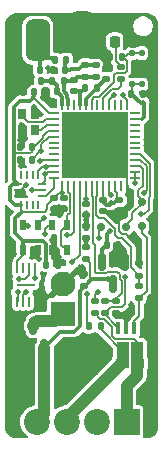
<source format=gbr>
%TF.GenerationSoftware,KiCad,Pcbnew,8.0.7*%
%TF.CreationDate,2025-01-22T04:17:01+01:00*%
%TF.ProjectId,beacon,62656163-6f6e-42e6-9b69-6361645f7063,rev?*%
%TF.SameCoordinates,Original*%
%TF.FileFunction,Copper,L1,Top*%
%TF.FilePolarity,Positive*%
%FSLAX46Y46*%
G04 Gerber Fmt 4.6, Leading zero omitted, Abs format (unit mm)*
G04 Created by KiCad (PCBNEW 8.0.7) date 2025-01-22 04:17:01*
%MOMM*%
%LPD*%
G01*
G04 APERTURE LIST*
G04 Aperture macros list*
%AMRoundRect*
0 Rectangle with rounded corners*
0 $1 Rounding radius*
0 $2 $3 $4 $5 $6 $7 $8 $9 X,Y pos of 4 corners*
0 Add a 4 corners polygon primitive as box body*
4,1,4,$2,$3,$4,$5,$6,$7,$8,$9,$2,$3,0*
0 Add four circle primitives for the rounded corners*
1,1,$1+$1,$2,$3*
1,1,$1+$1,$4,$5*
1,1,$1+$1,$6,$7*
1,1,$1+$1,$8,$9*
0 Add four rect primitives between the rounded corners*
20,1,$1+$1,$2,$3,$4,$5,0*
20,1,$1+$1,$4,$5,$6,$7,0*
20,1,$1+$1,$6,$7,$8,$9,0*
20,1,$1+$1,$8,$9,$2,$3,0*%
%AMFreePoly0*
4,1,11,1.372500,0.090000,0.862500,0.090000,0.862500,-0.165000,1.372500,-0.165000,1.372500,-0.587500,0.612500,-0.587500,0.612500,-0.495000,-0.862500,-0.495000,-0.862500,0.495000,1.372500,0.495000,1.372500,0.090000,1.372500,0.090000,$1*%
%AMFreePoly1*
4,1,11,1.372500,0.165000,0.862500,0.165000,0.862500,-0.090000,1.372500,-0.090000,1.372500,-0.495000,-0.862500,-0.495000,-0.862500,0.495000,0.612500,0.495000,0.612500,0.587500,1.372500,0.587500,1.372500,0.165000,1.372500,0.165000,$1*%
G04 Aperture macros list end*
%TA.AperFunction,ComponentPad*%
%ADD10R,2.200000X2.200000*%
%TD*%
%TA.AperFunction,ComponentPad*%
%ADD11C,2.200000*%
%TD*%
%TA.AperFunction,SMDPad,CuDef*%
%ADD12RoundRect,0.150000X-0.200000X0.150000X-0.200000X-0.150000X0.200000X-0.150000X0.200000X0.150000X0*%
%TD*%
%TA.AperFunction,SMDPad,CuDef*%
%ADD13RoundRect,0.150000X0.150000X0.200000X-0.150000X0.200000X-0.150000X-0.200000X0.150000X-0.200000X0*%
%TD*%
%TA.AperFunction,SMDPad,CuDef*%
%ADD14RoundRect,0.135000X0.185000X-0.135000X0.185000X0.135000X-0.185000X0.135000X-0.185000X-0.135000X0*%
%TD*%
%TA.AperFunction,SMDPad,CuDef*%
%ADD15RoundRect,0.147500X0.147500X0.172500X-0.147500X0.172500X-0.147500X-0.172500X0.147500X-0.172500X0*%
%TD*%
%TA.AperFunction,SMDPad,CuDef*%
%ADD16RoundRect,0.140000X0.140000X0.170000X-0.140000X0.170000X-0.140000X-0.170000X0.140000X-0.170000X0*%
%TD*%
%TA.AperFunction,SMDPad,CuDef*%
%ADD17RoundRect,0.140000X-0.140000X-0.170000X0.140000X-0.170000X0.140000X0.170000X-0.140000X0.170000X0*%
%TD*%
%TA.AperFunction,SMDPad,CuDef*%
%ADD18RoundRect,0.140000X-0.170000X0.140000X-0.170000X-0.140000X0.170000X-0.140000X0.170000X0.140000X0*%
%TD*%
%TA.AperFunction,SMDPad,CuDef*%
%ADD19RoundRect,0.140000X0.170000X-0.140000X0.170000X0.140000X-0.170000X0.140000X-0.170000X-0.140000X0*%
%TD*%
%TA.AperFunction,SMDPad,CuDef*%
%ADD20RoundRect,0.135000X-0.135000X-0.185000X0.135000X-0.185000X0.135000X0.185000X-0.135000X0.185000X0*%
%TD*%
%TA.AperFunction,SMDPad,CuDef*%
%ADD21RoundRect,0.062500X0.375000X0.062500X-0.375000X0.062500X-0.375000X-0.062500X0.375000X-0.062500X0*%
%TD*%
%TA.AperFunction,SMDPad,CuDef*%
%ADD22RoundRect,0.062500X0.062500X0.375000X-0.062500X0.375000X-0.062500X-0.375000X0.062500X-0.375000X0*%
%TD*%
%TA.AperFunction,SMDPad,CuDef*%
%ADD23R,5.600000X5.600000*%
%TD*%
%TA.AperFunction,ComponentPad*%
%ADD24C,3.800000*%
%TD*%
%TA.AperFunction,SMDPad,CuDef*%
%ADD25RoundRect,0.135000X-0.185000X0.135000X-0.185000X-0.135000X0.185000X-0.135000X0.185000X0.135000X0*%
%TD*%
%TA.AperFunction,SMDPad,CuDef*%
%ADD26RoundRect,0.150000X-0.150000X0.587500X-0.150000X-0.587500X0.150000X-0.587500X0.150000X0.587500X0*%
%TD*%
%TA.AperFunction,SMDPad,CuDef*%
%ADD27RoundRect,0.250000X0.250000X0.475000X-0.250000X0.475000X-0.250000X-0.475000X0.250000X-0.475000X0*%
%TD*%
%TA.AperFunction,SMDPad,CuDef*%
%ADD28R,0.800000X0.900000*%
%TD*%
%TA.AperFunction,SMDPad,CuDef*%
%ADD29RoundRect,0.150000X0.150000X-0.587500X0.150000X0.587500X-0.150000X0.587500X-0.150000X-0.587500X0*%
%TD*%
%TA.AperFunction,SMDPad,CuDef*%
%ADD30RoundRect,0.062500X0.062500X-0.387500X0.062500X0.387500X-0.062500X0.387500X-0.062500X-0.387500X0*%
%TD*%
%TA.AperFunction,HeatsinkPad*%
%ADD31R,1.600000X0.200000*%
%TD*%
%TA.AperFunction,SMDPad,CuDef*%
%ADD32R,0.250000X0.675000*%
%TD*%
%TA.AperFunction,SMDPad,CuDef*%
%ADD33R,0.675000X0.250000*%
%TD*%
%TA.AperFunction,SMDPad,CuDef*%
%ADD34R,0.550000X0.950000*%
%TD*%
%TA.AperFunction,SMDPad,CuDef*%
%ADD35RoundRect,0.125000X0.125000X-0.150000X0.125000X0.150000X-0.125000X0.150000X-0.125000X-0.150000X0*%
%TD*%
%TA.AperFunction,SMDPad,CuDef*%
%ADD36RoundRect,0.147500X-0.147500X-0.172500X0.147500X-0.172500X0.147500X0.172500X-0.147500X0.172500X0*%
%TD*%
%TA.AperFunction,SMDPad,CuDef*%
%ADD37RoundRect,0.147500X0.172500X-0.147500X0.172500X0.147500X-0.172500X0.147500X-0.172500X-0.147500X0*%
%TD*%
%TA.AperFunction,SMDPad,CuDef*%
%ADD38RoundRect,0.218750X0.218750X0.256250X-0.218750X0.256250X-0.218750X-0.256250X0.218750X-0.256250X0*%
%TD*%
%TA.AperFunction,SMDPad,CuDef*%
%ADD39R,0.405000X0.990000*%
%TD*%
%TA.AperFunction,SMDPad,CuDef*%
%ADD40FreePoly0,270.000000*%
%TD*%
%TA.AperFunction,SMDPad,CuDef*%
%ADD41FreePoly1,270.000000*%
%TD*%
%TA.AperFunction,ConnectorPad*%
%ADD42RoundRect,0.500000X-0.500000X-1.250000X0.500000X-1.250000X0.500000X1.250000X-0.500000X1.250000X0*%
%TD*%
%TA.AperFunction,ComponentPad*%
%ADD43R,2.100000X2.100000*%
%TD*%
%TA.AperFunction,ComponentPad*%
%ADD44C,2.100000*%
%TD*%
%TA.AperFunction,ViaPad*%
%ADD45C,0.500000*%
%TD*%
%TA.AperFunction,Conductor*%
%ADD46C,0.300000*%
%TD*%
%TA.AperFunction,Conductor*%
%ADD47C,0.150000*%
%TD*%
%TA.AperFunction,Conductor*%
%ADD48C,1.000000*%
%TD*%
G04 APERTURE END LIST*
D10*
%TO.P,J3,1,Pin_1*%
%TO.N,/PYRO2_OUT*%
X11315000Y-7600000D03*
D11*
%TO.P,J3,2,Pin_2*%
%TO.N,+BATT*%
X8775000Y-7600000D03*
%TO.P,J3,3,Pin_3*%
%TO.N,/PYRO1_OUT*%
X6235000Y-7600000D03*
%TO.P,J3,4,Pin_4*%
%TO.N,+BATT*%
X3695000Y-7600000D03*
%TD*%
D12*
%TO.P,D2,1,K*%
%TO.N,/COMP_OUT*%
X12600000Y11050000D03*
%TO.P,D2,2,A*%
%TO.N,Net-(D2-A)*%
X12600000Y8950000D03*
%TD*%
D13*
%TO.P,D3,1,K*%
%TO.N,/COMP_OUT*%
X11250000Y8900000D03*
%TO.P,D3,2,A*%
%TO.N,Net-(D3-A)*%
X9150000Y8900000D03*
%TD*%
D14*
%TO.P,R7,1*%
%TO.N,+BATT*%
X7900000Y6190000D03*
%TO.P,R7,2*%
%TO.N,/BAT_ADC*%
X7900000Y7210000D03*
%TD*%
D15*
%TO.P,L3,2,2*%
%TO.N,Net-(AE1-A)*%
X5215000Y23050000D03*
%TO.P,L3,1,1*%
%TO.N,Net-(C6-Pad2)*%
X6185000Y23050000D03*
%TD*%
D14*
%TO.P,R8,1*%
%TO.N,/BAT_ADC*%
X7900000Y7990000D03*
%TO.P,R8,2*%
%TO.N,GND*%
X7900000Y9010000D03*
%TD*%
D16*
%TO.P,C5,1*%
%TO.N,/VR_PA*%
X5380000Y20400000D03*
%TO.P,C5,2*%
%TO.N,GND*%
X4420000Y20400000D03*
%TD*%
D17*
%TO.P,C16,1*%
%TO.N,+3.3V*%
X4520000Y5700000D03*
%TO.P,C16,2*%
%TO.N,GND*%
X5480000Y5700000D03*
%TD*%
D16*
%TO.P,C7,1*%
%TO.N,Net-(C6-Pad2)*%
X6080000Y22200000D03*
%TO.P,C7,2*%
%TO.N,GND*%
X5120000Y22200000D03*
%TD*%
D18*
%TO.P,C11,1*%
%TO.N,+3.3V*%
X10700000Y11180000D03*
%TO.P,C11,2*%
%TO.N,GND*%
X10700000Y10220000D03*
%TD*%
D19*
%TO.P,C21,1*%
%TO.N,/RFI_N*%
X6900000Y20420000D03*
%TO.P,C21,2*%
%TO.N,/RFO_HP*%
X6900000Y21380000D03*
%TD*%
D17*
%TO.P,C13,1*%
%TO.N,+3.3V*%
X9620000Y7400000D03*
%TO.P,C13,2*%
%TO.N,GND*%
X10580000Y7400000D03*
%TD*%
D18*
%TO.P,C3,1*%
%TO.N,+3.3V*%
X9300000Y11180000D03*
%TO.P,C3,2*%
%TO.N,GND*%
X9300000Y10220000D03*
%TD*%
D20*
%TO.P,R5,1*%
%TO.N,/PYRO1_CON*%
X8090000Y500000D03*
%TO.P,R5,2*%
%TO.N,/PYRO1_OUT*%
X9110000Y500000D03*
%TD*%
D18*
%TO.P,C18,1*%
%TO.N,+3.3V*%
X5200000Y11380000D03*
%TO.P,C18,2*%
%TO.N,GND*%
X5200000Y10420000D03*
%TD*%
D16*
%TO.P,C12,1*%
%TO.N,+3.3V*%
X3480000Y20300000D03*
%TO.P,C12,2*%
%TO.N,GND*%
X2520000Y20300000D03*
%TD*%
D21*
%TO.P,U1,1,PB3*%
%TO.N,/BAT_ADC*%
X12037500Y13050000D03*
%TO.P,U1,2,PB4*%
X12037500Y13550000D03*
%TO.P,U1,3,PB5*%
%TO.N,/COMP_OUT*%
X12037500Y14050000D03*
%TO.P,U1,4,PB6*%
%TO.N,/TX*%
X12037500Y14550000D03*
%TO.P,U1,5,PB7*%
%TO.N,/RX*%
X12037500Y15050000D03*
%TO.P,U1,6,PB8*%
%TO.N,unconnected-(U1-PB8-Pad6)*%
X12037500Y15550000D03*
%TO.P,U1,7,PA0*%
%TO.N,unconnected-(U1-PA0-Pad7)*%
X12037500Y16050000D03*
%TO.P,U1,8,PA1*%
%TO.N,unconnected-(U1-PA1-Pad8)*%
X12037500Y16550000D03*
%TO.P,U1,9,PA2*%
%TO.N,unconnected-(U1-PA2-Pad9)*%
X12037500Y17050000D03*
%TO.P,U1,10,PA3*%
%TO.N,unconnected-(U1-PA3-Pad10)*%
X12037500Y17550000D03*
%TO.P,U1,11,VDD*%
%TO.N,+3.3V*%
X12037500Y18050000D03*
%TO.P,U1,12,PA4*%
%TO.N,unconnected-(U1-PA4-Pad12)*%
X12037500Y18550000D03*
D22*
%TO.P,U1,13,PA5*%
%TO.N,/SCK*%
X11350000Y19237500D03*
%TO.P,U1,14,PA6*%
%TO.N,unconnected-(U1-PA6-Pad14)*%
X10850000Y19237500D03*
%TO.P,U1,15,PA7*%
%TO.N,unconnected-(U1-PA7-Pad15)*%
X10350000Y19237500D03*
%TO.P,U1,16,PA8*%
%TO.N,/BUZZ*%
X9850000Y19237500D03*
%TO.P,U1,17,PA9*%
%TO.N,/LED*%
X9350000Y19237500D03*
%TO.P,U1,18,NRST*%
%TO.N,unconnected-(U1-NRST-Pad18)*%
X8850000Y19237500D03*
%TO.P,U1,19,PH3*%
%TO.N,/BOOT*%
X8350000Y19237500D03*
%TO.P,U1,20,RFI_P*%
%TO.N,/RFI_P*%
X7850000Y19237500D03*
%TO.P,U1,21,RFI_N*%
%TO.N,/RFI_N*%
X7350000Y19237500D03*
%TO.P,U1,22,RFO_LP*%
%TO.N,unconnected-(U1-RFO_LP-Pad22)*%
X6850000Y19237500D03*
%TO.P,U1,23,RFO_HP*%
%TO.N,/RFO_HP*%
X6350000Y19237500D03*
%TO.P,U1,24,VR_PA*%
%TO.N,/VR_PA*%
X5850000Y19237500D03*
D21*
%TO.P,U1,25,VDDPA*%
%TO.N,+3.3V*%
X5162500Y18550000D03*
%TO.P,U1,26,OSC_IN*%
%TO.N,/OSC_IN*%
X5162500Y18050000D03*
%TO.P,U1,27,OSC_OUT*%
%TO.N,/OSC_OUT*%
X5162500Y17550000D03*
%TO.P,U1,28,VDDRF*%
%TO.N,+3.3V*%
X5162500Y17050000D03*
%TO.P,U1,29,VDDRF1V55*%
%TO.N,/VFBSMPS*%
X5162500Y16550000D03*
%TO.P,U1,30,PB0*%
%TO.N,unconnected-(U1-PB0-Pad30)*%
X5162500Y16050000D03*
%TO.P,U1,31,PB2*%
%TO.N,unconnected-(U1-PB2-Pad31)*%
X5162500Y15550000D03*
%TO.P,U1,32,PB12*%
%TO.N,unconnected-(U1-PB12-Pad32)*%
X5162500Y15050000D03*
%TO.P,U1,33,PA10*%
%TO.N,/CS_FLASH*%
X5162500Y14550000D03*
%TO.P,U1,34,PA11*%
%TO.N,/MISO*%
X5162500Y14050000D03*
%TO.P,U1,35,PA12*%
%TO.N,/MOSI*%
X5162500Y13550000D03*
%TO.P,U1,36,PA13*%
%TO.N,/CS_IMU*%
X5162500Y13050000D03*
D22*
%TO.P,U1,37,VBAT*%
%TO.N,+3.3V*%
X5850000Y12362500D03*
%TO.P,U1,38,PC13*%
%TO.N,/CS_BARO*%
X6350000Y12362500D03*
%TO.P,U1,39,PC14*%
%TO.N,/PYRO1_CON*%
X6850000Y12362500D03*
%TO.P,U1,40,PC15*%
%TO.N,/PYRO2_CON*%
X7350000Y12362500D03*
%TO.P,U1,41,VDDA*%
%TO.N,+3.3V*%
X7850000Y12362500D03*
%TO.P,U1,42,PA14*%
%TO.N,/PYRO1*%
X8350000Y12362500D03*
%TO.P,U1,43,PA15*%
%TO.N,/PYRO2*%
X8850000Y12362500D03*
%TO.P,U1,44,VDD*%
%TO.N,+3.3V*%
X9350000Y12362500D03*
%TO.P,U1,45,VFBSMPS*%
%TO.N,/VFBSMPS*%
X9850000Y12362500D03*
%TO.P,U1,46,VDDSMPS*%
%TO.N,+3.3V*%
X10350000Y12362500D03*
%TO.P,U1,47,VLXSMPS*%
%TO.N,unconnected-(U1-VLXSMPS-Pad47)*%
X10850000Y12362500D03*
%TO.P,U1,48,VSSSMPS*%
%TO.N,GND*%
X11350000Y12362500D03*
D23*
%TO.P,U1,49,VSS*%
X8600000Y15800000D03*
%TD*%
D24*
%TO.P,H3,1,1*%
%TO.N,GND*%
X7500000Y25300000D03*
%TD*%
D14*
%TO.P,R3,1*%
%TO.N,/LED*%
X10800000Y21390000D03*
%TO.P,R3,2*%
%TO.N,Net-(D1-A)*%
X10800000Y22410000D03*
%TD*%
D25*
%TO.P,R6,1*%
%TO.N,/PYRO2_CON*%
X8600000Y2610000D03*
%TO.P,R6,2*%
%TO.N,/PYRO2_OUT*%
X8600000Y1590000D03*
%TD*%
D19*
%TO.P,C14,1*%
%TO.N,+BATT*%
X7700000Y3920000D03*
%TO.P,C14,2*%
%TO.N,GND*%
X7700000Y4880000D03*
%TD*%
D26*
%TO.P,U2,1,GND*%
%TO.N,GND*%
X11150000Y5937500D03*
%TO.P,U2,2,VO*%
%TO.N,+3.3V*%
X9250000Y5937500D03*
%TO.P,U2,3,VI*%
%TO.N,+BATT*%
X10200000Y4062500D03*
%TD*%
D19*
%TO.P,C6,1*%
%TO.N,/RFO_HP*%
X8700000Y21620000D03*
%TO.P,C6,2*%
%TO.N,Net-(C6-Pad2)*%
X8700000Y22580000D03*
%TD*%
D18*
%TO.P,C15,1*%
%TO.N,+3.3V*%
X6000000Y11380000D03*
%TO.P,C15,2*%
%TO.N,GND*%
X6000000Y10420000D03*
%TD*%
D20*
%TO.P,R4,1*%
%TO.N,GND*%
X9890000Y23300000D03*
%TO.P,R4,2*%
%TO.N,/BOOT*%
X10910000Y23300000D03*
%TD*%
D17*
%TO.P,C1,1*%
%TO.N,+3.3V*%
X11720000Y20200000D03*
%TO.P,C1,2*%
%TO.N,GND*%
X12680000Y20200000D03*
%TD*%
D19*
%TO.P,C20,1*%
%TO.N,/RFI_P*%
X9600000Y21420000D03*
%TO.P,C20,2*%
%TO.N,GND*%
X9600000Y22380000D03*
%TD*%
D16*
%TO.P,C10,1*%
%TO.N,+3.3V*%
X3280000Y15700000D03*
%TO.P,C10,2*%
%TO.N,GND*%
X2320000Y15700000D03*
%TD*%
D25*
%TO.P,R9,1*%
%TO.N,/PYRO1*%
X9500000Y2610000D03*
%TO.P,R9,2*%
%TO.N,Net-(D3-A)*%
X9500000Y1590000D03*
%TD*%
D16*
%TO.P,C4,1*%
%TO.N,/VR_PA*%
X4080000Y21300000D03*
%TO.P,C4,2*%
%TO.N,GND*%
X3120000Y21300000D03*
%TD*%
D18*
%TO.P,C2,1*%
%TO.N,+3.3V*%
X7900000Y10880000D03*
%TO.P,C2,2*%
%TO.N,GND*%
X7900000Y9920000D03*
%TD*%
D25*
%TO.P,R10,1*%
%TO.N,/PYRO2*%
X12400000Y3910000D03*
%TO.P,R10,2*%
%TO.N,Net-(D2-A)*%
X12400000Y2890000D03*
%TD*%
D14*
%TO.P,R1,1*%
%TO.N,/PYRO2*%
X12400000Y4790000D03*
%TO.P,R1,2*%
%TO.N,GND*%
X12400000Y5810000D03*
%TD*%
D27*
%TO.P,C19,1*%
%TO.N,+BATT*%
X4350000Y-5100000D03*
%TO.P,C19,2*%
%TO.N,GND*%
X2450000Y-5100000D03*
%TD*%
D28*
%TO.P,Y1,1,1*%
%TO.N,/OSC_OUT*%
X3600000Y17100000D03*
%TO.P,Y1,2,2*%
%TO.N,GND*%
X3600000Y18500000D03*
%TO.P,Y1,3,3*%
%TO.N,/OSC_IN*%
X2500000Y18500000D03*
%TO.P,Y1,4,4*%
%TO.N,GND*%
X2500000Y17100000D03*
%TD*%
D16*
%TO.P,C9,1*%
%TO.N,/VFBSMPS*%
X3280000Y14600000D03*
%TO.P,C9,2*%
%TO.N,GND*%
X2320000Y14600000D03*
%TD*%
D29*
%TO.P,Q1,1,G*%
%TO.N,GND*%
X2450000Y-1337500D03*
%TO.P,Q1,2,S*%
%TO.N,+BATT*%
X4350000Y-1337500D03*
%TO.P,Q1,3,D*%
%TO.N,Net-(BT1-+)*%
X3400000Y537500D03*
%TD*%
D25*
%TO.P,R2,1*%
%TO.N,/PYRO1*%
X10400000Y2610000D03*
%TO.P,R2,2*%
%TO.N,GND*%
X10400000Y1590000D03*
%TD*%
D30*
%TO.P,U4,1,~{CS}*%
%TO.N,/CS_FLASH*%
X2050000Y2575000D03*
%TO.P,U4,2,DO(IO1)*%
%TO.N,/MISO*%
X2550000Y2575000D03*
%TO.P,U4,3,IO2*%
%TO.N,unconnected-(U4-IO2-Pad3)*%
X3050000Y2575000D03*
%TO.P,U4,4,GND*%
%TO.N,GND*%
X3550000Y2575000D03*
%TO.P,U4,5,DI(IO0)*%
%TO.N,/MOSI*%
X3550000Y5425000D03*
%TO.P,U4,6,CLK*%
%TO.N,/SCK*%
X3050000Y5425000D03*
%TO.P,U4,7,IO3*%
%TO.N,unconnected-(U4-IO3-Pad7)*%
X2550000Y5425000D03*
%TO.P,U4,8,VCC*%
%TO.N,+3.3V*%
X2050000Y5425000D03*
D31*
%TO.P,U4,9*%
%TO.N,N/C*%
X2800000Y4000000D03*
%TD*%
D32*
%TO.P,U6,1,SDO*%
%TO.N,/MISO*%
X3850000Y13262500D03*
%TO.P,U6,2,ASDx*%
%TO.N,unconnected-(U6-ASDx-Pad2)*%
X3350000Y13262500D03*
%TO.P,U6,3,ASCx*%
%TO.N,unconnected-(U6-ASCx-Pad3)*%
X2850000Y13262500D03*
%TO.P,U6,4,INT1*%
%TO.N,unconnected-(U6-INT1-Pad4)*%
X2350000Y13262500D03*
D33*
%TO.P,U6,5,VDDIO*%
%TO.N,+3.3V*%
X2087500Y12500000D03*
%TO.P,U6,6,GNDIO*%
%TO.N,GND*%
X2087500Y12000000D03*
%TO.P,U6,7,GND*%
X2087500Y11500000D03*
D32*
%TO.P,U6,8,VDD*%
%TO.N,+3.3V*%
X2350000Y10737500D03*
%TO.P,U6,9,INT2*%
%TO.N,unconnected-(U6-INT2-Pad9)*%
X2850000Y10737500D03*
%TO.P,U6,10,OCSB*%
%TO.N,unconnected-(U6-OCSB-Pad10)*%
X3350000Y10737500D03*
%TO.P,U6,11,OSDO*%
%TO.N,unconnected-(U6-OSDO-Pad11)*%
X3850000Y10737500D03*
D33*
%TO.P,U6,12,CSB*%
%TO.N,/CS_IMU*%
X4112500Y11500000D03*
%TO.P,U6,13,SCx*%
%TO.N,/SCK*%
X4112500Y12000000D03*
%TO.P,U6,14,SDx*%
%TO.N,/MOSI*%
X4112500Y12500000D03*
%TD*%
D34*
%TO.P,U3,1,VDD*%
%TO.N,+3.3V*%
X2525000Y6925000D03*
%TO.P,U3,2,PS*%
%TO.N,GND*%
X3775000Y6925000D03*
%TO.P,U3,3,GND*%
X5025000Y6925000D03*
%TO.P,U3,4,CSB*%
%TO.N,/CS_BARO*%
X6275000Y6925000D03*
%TO.P,U3,5,CSB*%
X6275000Y9075000D03*
%TO.P,U3,6,SDO*%
%TO.N,/MISO*%
X5025000Y9075000D03*
%TO.P,U3,7,SDI/SDA*%
%TO.N,/MOSI*%
X3775000Y9075000D03*
%TO.P,U3,8,SCLK*%
%TO.N,/SCK*%
X2525000Y9075000D03*
%TD*%
D27*
%TO.P,C17,1*%
%TO.N,+BATT*%
X4350000Y-3200000D03*
%TO.P,C17,2*%
%TO.N,GND*%
X2450000Y-3200000D03*
%TD*%
D35*
%TO.P,SW1,1,1*%
%TO.N,+3.3V*%
X11800000Y20975000D03*
%TO.P,SW1,2,2*%
X12600000Y20975000D03*
%TO.P,SW1,3,K*%
%TO.N,/BOOT*%
X11800000Y23625000D03*
%TO.P,SW1,4,A*%
X12600000Y23625000D03*
%TD*%
D36*
%TO.P,L1,1,1*%
%TO.N,/VR_PA*%
X5015000Y21300000D03*
%TO.P,L1,2,2*%
%TO.N,/RFO_HP*%
X5985000Y21300000D03*
%TD*%
D16*
%TO.P,C8,1*%
%TO.N,Net-(AE1-A)*%
X3980000Y22200000D03*
%TO.P,C8,2*%
%TO.N,GND*%
X3020000Y22200000D03*
%TD*%
D36*
%TO.P,L4,1,1*%
%TO.N,/RFI_N*%
X7815000Y20700000D03*
%TO.P,L4,2,2*%
%TO.N,/RFI_P*%
X8785000Y20700000D03*
%TD*%
D37*
%TO.P,L2,1,1*%
%TO.N,/RFO_HP*%
X7800000Y21615000D03*
%TO.P,L2,2,2*%
%TO.N,Net-(C6-Pad2)*%
X7800000Y22585000D03*
%TD*%
D38*
%TO.P,D1,1,K*%
%TO.N,GND*%
X11887500Y24600000D03*
%TO.P,D1,2,A*%
%TO.N,Net-(D1-A)*%
X10312500Y24600000D03*
%TD*%
D39*
%TO.P,Q2,1,S*%
%TO.N,GND*%
X12590000Y342500D03*
%TO.P,Q2,2,G*%
%TO.N,Net-(D2-A)*%
X11930000Y342500D03*
%TO.P,Q2,3,S*%
%TO.N,GND*%
X11270000Y342500D03*
%TO.P,Q2,4,G*%
%TO.N,Net-(D3-A)*%
X10610000Y342500D03*
D40*
%TO.P,Q2,5,D*%
%TO.N,/PYRO1_OUT*%
X10992500Y-1650000D03*
D41*
%TO.P,Q2,6,D*%
%TO.N,/PYRO2_OUT*%
X12207500Y-1650000D03*
%TD*%
D42*
%TO.P,AE1,1,A*%
%TO.N,Net-(AE1-A)*%
X3800000Y24700000D03*
%TD*%
D24*
%TO.P,H4,1,1*%
%TO.N,GND*%
X7500000Y-2200000D03*
%TD*%
D43*
%TO.P,BT1,1,+*%
%TO.N,Net-(BT1-+)*%
X5900000Y1530000D03*
D44*
%TO.P,BT1,2,-*%
%TO.N,GND*%
X5900000Y4070000D03*
%TD*%
D45*
%TO.N,GND*%
X9400000Y23100000D03*
X5700000Y-4500000D03*
X2300000Y16300000D03*
X4700000Y22400000D03*
X13000000Y17200000D03*
X1800000Y6600000D03*
X9900000Y10100000D03*
X5200000Y8000000D03*
X12400000Y7200000D03*
X2200000Y22300000D03*
X11700000Y2300000D03*
X11641405Y1703512D03*
X3500000Y19100000D03*
X4200000Y19800000D03*
X8600000Y15800000D03*
X7900000Y9500000D03*
X13200000Y2600000D03*
X6700000Y17700000D03*
X13300000Y-4300000D03*
X12950000Y1000000D03*
X11400000Y1100000D03*
X2000000Y24800000D03*
X13100000Y-7200000D03*
X10200000Y17700000D03*
X13150000Y0D03*
X5600000Y9900000D03*
X8600000Y14000000D03*
X13300000Y20200000D03*
X3200000Y-1800000D03*
X13000000Y21900000D03*
X6700000Y14000000D03*
X3300000Y-6000000D03*
X3300000Y-4200000D03*
X1800000Y20400000D03*
X8600000Y17700000D03*
X12500000Y22500000D03*
X3900000Y6200000D03*
X2200000Y-6500000D03*
X7500000Y5500000D03*
X10100000Y5700000D03*
X2300000Y21400000D03*
X6700000Y15700000D03*
X2100000Y100000D03*
X10700000Y15700000D03*
X2400000Y14100000D03*
X13100000Y15500000D03*
X5600000Y6400000D03*
X2825000Y12443707D03*
X12400000Y6400000D03*
X10700000Y14000000D03*
%TO.N,+3.3V*%
X5850000Y11800000D03*
X10000000Y10900000D03*
X12700000Y19400000D03*
X7850000Y11300000D03*
X9870993Y8529007D03*
%TO.N,/VFBSMPS*%
X10000000Y11600000D03*
X4100000Y15300000D03*
%TO.N,/TX*%
X12775000Y11780551D03*
%TO.N,/RX*%
X12500000Y10000000D03*
%TO.N,+BATT*%
X9700000Y4500000D03*
%TO.N,/BUZZ*%
X10235807Y20072398D03*
%TO.N,/PYRO1_CON*%
X6300000Y8199998D03*
X8000000Y3200000D03*
%TO.N,/PYRO2_CON*%
X8900000Y3400000D03*
X6700000Y5900000D03*
%TO.N,Net-(D3-A)*%
X11200000Y4700000D03*
X9000000Y8003678D03*
%TO.N,/BAT_ADC*%
X12025000Y12598899D03*
X7900000Y7700000D03*
%TO.N,/MOSI*%
X4300000Y9700000D03*
X3525000Y4600000D03*
X4396821Y13373758D03*
%TO.N,/MISO*%
X4475000Y14019042D03*
X2800000Y3400000D03*
X4400000Y8300000D03*
%TO.N,/SCK*%
X11000000Y20100000D03*
X3000000Y9000000D03*
X2200000Y4500000D03*
X3300000Y12000000D03*
%TO.N,/CS_FLASH*%
X2100000Y3400000D03*
X4000000Y14500000D03*
%TD*%
D46*
%TO.N,Net-(C6-Pad2)*%
X6135000Y23100000D02*
X6100000Y23100000D01*
X6080000Y22945000D02*
X6185000Y23050000D01*
X6080000Y22200000D02*
X6080000Y22945000D01*
X6185000Y23050000D02*
X6135000Y23100000D01*
%TO.N,Net-(AE1-A)*%
X4965000Y23200000D02*
X4470001Y23200000D01*
X5115000Y23050000D02*
X4965000Y23200000D01*
%TO.N,+3.3V*%
X3150000Y19600000D02*
X3300000Y19750000D01*
X2275000Y19600000D02*
X3150000Y19600000D01*
X1740000Y15300000D02*
X1740000Y19065000D01*
X1740000Y19065000D02*
X2275000Y19600000D01*
X12520000Y19400000D02*
X11720000Y20200000D01*
X12700000Y19400000D02*
X12520000Y19400000D01*
X12800000Y18250000D02*
X12600000Y18050000D01*
X12800000Y19300000D02*
X12800000Y18250000D01*
X12700000Y19400000D02*
X12800000Y19300000D01*
D47*
%TO.N,/SCK*%
X11350000Y19674999D02*
X11350000Y19237500D01*
X11000000Y20024999D02*
X11350000Y19674999D01*
X11000000Y20100000D02*
X11000000Y20024999D01*
D46*
%TO.N,GND*%
X7500000Y5080000D02*
X7700000Y4880000D01*
D47*
X5600000Y9900000D02*
X5600000Y10020000D01*
X2400000Y14100000D02*
X2400000Y14520000D01*
X11150000Y5937500D02*
X10337500Y5937500D01*
X2087500Y12000000D02*
X2381293Y12000000D01*
D46*
X7500000Y5500000D02*
X7500000Y5080000D01*
D47*
X2381293Y12000000D02*
X2825000Y12443707D01*
X3300000Y18500000D02*
X3300000Y18900000D01*
X11275000Y8325000D02*
X10920993Y8325000D01*
X11350000Y12362500D02*
X11350000Y13350000D01*
X4220000Y19820000D02*
X4200000Y19800000D01*
X7900000Y9500000D02*
X7850000Y9550000D01*
X5600000Y10020000D02*
X6000000Y10420000D01*
X12400000Y7200000D02*
X12400000Y6400000D01*
X2320000Y16280000D02*
X2300000Y16300000D01*
D46*
X7700000Y4880000D02*
X7800000Y4880000D01*
D47*
X10337500Y5937500D02*
X10100000Y5700000D01*
X1800000Y20400000D02*
X2320000Y20400000D01*
X2200000Y17100000D02*
X2200000Y16400000D01*
X2320000Y15700000D02*
X2320000Y16280000D01*
X2200000Y16400000D02*
X2300000Y16300000D01*
X5120000Y22400000D02*
X4700000Y22400000D01*
X3300000Y18900000D02*
X3500000Y19100000D01*
X10700000Y8545993D02*
X10700000Y10220000D01*
X4220000Y20400000D02*
X4220000Y19820000D01*
X7850000Y9550000D02*
X7850000Y10020000D01*
X12400000Y5810000D02*
X12400000Y6400000D01*
X2400000Y14520000D02*
X2320000Y14600000D01*
X12400000Y7200000D02*
X11275000Y8325000D01*
X10920993Y8325000D02*
X10700000Y8545993D01*
X11350000Y13350000D02*
X10700000Y14000000D01*
%TO.N,+3.3V*%
X4630000Y17050000D02*
X4225000Y16645000D01*
X11800000Y20280000D02*
X11720000Y20200000D01*
X4375000Y10175000D02*
X4600000Y10400000D01*
D46*
X9250000Y5937500D02*
X9250000Y7030000D01*
D47*
X4225000Y16645000D02*
X4225000Y16449264D01*
D46*
X1450000Y11150000D02*
X1862500Y10737500D01*
X9620000Y8278014D02*
X9620000Y7400000D01*
D47*
X3165000Y15165000D02*
X3280000Y15280000D01*
X5850000Y11530000D02*
X6000000Y11380000D01*
X10500000Y11180000D02*
X10500000Y11800000D01*
X2350000Y10250000D02*
X2350000Y10737500D01*
X4600000Y10780000D02*
X5200000Y11380000D01*
X1740000Y15300000D02*
X1875000Y15165000D01*
D46*
X9928248Y10800000D02*
X10028248Y10900000D01*
X1872500Y9622500D02*
X2425000Y10175000D01*
X3500000Y19950000D02*
X3500000Y20380000D01*
D47*
X4778248Y18550000D02*
X3578248Y19750000D01*
X7850000Y10980000D02*
X7850000Y11300000D01*
D46*
X1450000Y12275000D02*
X1450000Y11150000D01*
X3300000Y19750000D02*
X3500000Y19950000D01*
X2550000Y7700000D02*
X1872500Y8377500D01*
X2087500Y12500000D02*
X1740000Y12847500D01*
X9300000Y11180000D02*
X9300000Y11100000D01*
X3300000Y7700000D02*
X2550000Y7700000D01*
D47*
X10350000Y11950000D02*
X10350000Y12362500D01*
X3475736Y15700000D02*
X3280000Y15700000D01*
X3280000Y15280000D02*
X3280000Y15700000D01*
X2525000Y6525000D02*
X2525000Y6925000D01*
X5850000Y11800000D02*
X5620000Y11800000D01*
X10028248Y10900000D02*
X10220000Y10900000D01*
X5162500Y18550000D02*
X4778248Y18550000D01*
D46*
X2550000Y7700000D02*
X2550000Y6950000D01*
X4450000Y7450000D02*
X4200000Y7700000D01*
X9600000Y10800000D02*
X9928248Y10800000D01*
D47*
X4600000Y10400000D02*
X4600000Y10780000D01*
X9350000Y12362500D02*
X9350000Y11230000D01*
X5850000Y12362500D02*
X5850000Y11430000D01*
X2050000Y6050000D02*
X2525000Y6525000D01*
X4225000Y16449264D02*
X3475736Y15700000D01*
X2050000Y5425000D02*
X2050000Y6050000D01*
X11800000Y20975000D02*
X12600000Y20975000D01*
D46*
X9870993Y8529007D02*
X9620000Y8278014D01*
D47*
X5850000Y11430000D02*
X5900000Y11380000D01*
D46*
X3500000Y20380000D02*
X3480000Y20400000D01*
X1675000Y12500000D02*
X1450000Y12275000D01*
D47*
X10500000Y11800000D02*
X10350000Y11950000D01*
D46*
X4450000Y5770000D02*
X4450000Y7450000D01*
X9250000Y7030000D02*
X9620000Y7400000D01*
X1862500Y10737500D02*
X2350000Y10737500D01*
D47*
X3578248Y19750000D02*
X3300000Y19750000D01*
X12600000Y18050000D02*
X12037500Y18050000D01*
D46*
X2087500Y12500000D02*
X1675000Y12500000D01*
X4520000Y5700000D02*
X4450000Y5770000D01*
D47*
X7850000Y11300000D02*
X7850000Y12362500D01*
D46*
X1872500Y8377500D02*
X1872500Y9622500D01*
X1740000Y12847500D02*
X1740000Y15300000D01*
D47*
X2425000Y10175000D02*
X4375000Y10175000D01*
X5620000Y11800000D02*
X5200000Y11380000D01*
D46*
X2550000Y6950000D02*
X2525000Y6925000D01*
X9300000Y11100000D02*
X9600000Y10800000D01*
D47*
X2425000Y10175000D02*
X2350000Y10250000D01*
X5850000Y11800000D02*
X5850000Y11530000D01*
X1875000Y15165000D02*
X3165000Y15165000D01*
D46*
X4200000Y7700000D02*
X3300000Y7700000D01*
D47*
X5162500Y17050000D02*
X4630000Y17050000D01*
X9350000Y11230000D02*
X9300000Y11180000D01*
D46*
X10220000Y10900000D02*
X10500000Y11180000D01*
D47*
X11800000Y20975000D02*
X11800000Y20280000D01*
D46*
%TO.N,/VR_PA*%
X5380000Y20400000D02*
X5380000Y20935000D01*
X4080000Y21300000D02*
X5015000Y21300000D01*
X5380000Y20935000D02*
X5015000Y21300000D01*
X5850000Y19930000D02*
X5380000Y20400000D01*
X5850000Y19237500D02*
X5850000Y19930000D01*
%TO.N,/RFO_HP*%
X6350000Y19237500D02*
X6350000Y19750000D01*
X6300000Y20116396D02*
X6300000Y19800000D01*
X7800000Y21615000D02*
X8695000Y21615000D01*
X6820000Y21300000D02*
X6900000Y21380000D01*
X7800000Y21615000D02*
X7135000Y21615000D01*
X5985000Y20431396D02*
X6300000Y20116396D01*
X7135000Y21615000D02*
X6900000Y21380000D01*
X8695000Y21615000D02*
X8700000Y21620000D01*
X5985000Y21300000D02*
X6820000Y21300000D01*
X6350000Y19750000D02*
X6300000Y19800000D01*
X5985000Y21300000D02*
X5985000Y20431396D01*
%TO.N,Net-(C6-Pad2)*%
X7315000Y22300000D02*
X6600000Y22300000D01*
X6600000Y22300000D02*
X6500000Y22200000D01*
X8700000Y22580000D02*
X7805000Y22580000D01*
X7600000Y22585000D02*
X7315000Y22300000D01*
X7805000Y22580000D02*
X7800000Y22585000D01*
X6500000Y22200000D02*
X6080000Y22200000D01*
D47*
%TO.N,/VFBSMPS*%
X4750000Y16550000D02*
X5162500Y16550000D01*
X4100000Y15300000D02*
X4100000Y15900000D01*
X9850000Y12362500D02*
X9850000Y11750000D01*
X9850000Y11750000D02*
X10000000Y11600000D01*
X4100000Y15900000D02*
X4750000Y16550000D01*
X4100000Y15300000D02*
X3980000Y15300000D01*
X3280000Y14400000D02*
X3280000Y14600000D01*
X3980000Y15300000D02*
X3280000Y14600000D01*
%TO.N,/OSC_IN*%
X5162500Y18050000D02*
X4450000Y18050000D01*
X3000000Y17800000D02*
X2500000Y18300000D01*
X4450000Y18050000D02*
X4200000Y17800000D01*
X4200000Y17800000D02*
X3000000Y17800000D01*
X2500000Y18300000D02*
X2500000Y18500000D01*
%TO.N,/OSC_OUT*%
X4100000Y17100000D02*
X4550000Y17550000D01*
X3600000Y17100000D02*
X4100000Y17100000D01*
X4550000Y17550000D02*
X5162500Y17550000D01*
%TO.N,/BOOT*%
X8575001Y19900000D02*
X8967393Y19900000D01*
X10255000Y21187607D02*
X10255000Y21755000D01*
X10415000Y21915000D02*
X11137858Y21915000D01*
X8967393Y19900000D02*
X10255000Y21187607D01*
X8350000Y19237500D02*
X8350000Y19674999D01*
X11345000Y22122142D02*
X11345000Y22965000D01*
X11300000Y23400000D02*
X10910000Y23400000D01*
X11525000Y23625000D02*
X11300000Y23400000D01*
X11800000Y23625000D02*
X11525000Y23625000D01*
X11345000Y22965000D02*
X10910000Y23400000D01*
X8350000Y19674999D02*
X8575001Y19900000D01*
X11800000Y23625000D02*
X12600000Y23625000D01*
X10255000Y21755000D02*
X10415000Y21915000D01*
X11137858Y21915000D02*
X11345000Y22122142D01*
%TO.N,/TX*%
X13000000Y14024999D02*
X12474999Y14550000D01*
X13000000Y12005551D02*
X13000000Y14024999D01*
X12474999Y14550000D02*
X12037500Y14550000D01*
X12775000Y11780551D02*
X13000000Y12005551D01*
%TO.N,/RX*%
X12500000Y10000000D02*
X12800000Y10000000D01*
X12474999Y15050000D02*
X12037500Y15050000D01*
X12800000Y10000000D02*
X13175000Y10375000D01*
X13175000Y11375000D02*
X13300000Y11500000D01*
X13175000Y10375000D02*
X13175000Y11375000D01*
X13300000Y11500000D02*
X13300000Y14224999D01*
X13300000Y14224999D02*
X12474999Y15050000D01*
%TO.N,/LED*%
X10800000Y20800000D02*
X10800000Y21390000D01*
X10039055Y20547398D02*
X10547398Y20547398D01*
X9760807Y20269150D02*
X10039055Y20547398D01*
X9350000Y19237500D02*
X9350000Y19850000D01*
X9350000Y19850000D02*
X9760807Y20260807D01*
X10547398Y20547398D02*
X10800000Y20800000D01*
X9760807Y20260807D02*
X9760807Y20269150D01*
%TO.N,Net-(D1-A)*%
X10385000Y22925000D02*
X10385000Y24427500D01*
X11000000Y22310000D02*
X10385000Y22925000D01*
X10385000Y24427500D02*
X10312500Y24500000D01*
D46*
%TO.N,Net-(AE1-A)*%
X3980000Y22400000D02*
X3980000Y24420000D01*
X3980000Y24420000D02*
X3700000Y24700000D01*
%TO.N,/RFI_N*%
X6900000Y20420000D02*
X7535000Y20420000D01*
X7535000Y20420000D02*
X7815000Y20700000D01*
X7350000Y20235000D02*
X7815000Y20700000D01*
X7350000Y19237500D02*
X7350000Y20235000D01*
%TO.N,/RFI_P*%
X9600000Y21420000D02*
X9505000Y21420000D01*
X7850000Y19765000D02*
X8785000Y20700000D01*
X9505000Y21420000D02*
X8785000Y20700000D01*
X7850000Y19237500D02*
X7850000Y19765000D01*
%TO.N,+BATT*%
X5687500Y0D02*
X4350000Y-1337500D01*
D48*
X4350000Y-6945000D02*
X3695000Y-7600000D01*
D47*
X8235000Y4455000D02*
X7700000Y3920000D01*
D46*
X9700000Y4500000D02*
X8380000Y4500000D01*
D48*
X4350000Y-1337500D02*
X4350000Y-3400000D01*
D46*
X6900000Y0D02*
X5687500Y0D01*
X7400000Y3520000D02*
X7400000Y500000D01*
D47*
X8235000Y5855000D02*
X8235000Y4455000D01*
D46*
X7400000Y500000D02*
X6900000Y0D01*
D48*
X4350000Y-3400000D02*
X4350000Y-6945000D01*
D46*
X8380000Y4500000D02*
X7400000Y3520000D01*
D47*
X7900000Y6190000D02*
X8235000Y5855000D01*
D48*
%TO.N,/PYRO1_OUT*%
X10992500Y-1650000D02*
X10992500Y-2507500D01*
X6235000Y-7265000D02*
X6235000Y-7600000D01*
D47*
X9110000Y500000D02*
X9110000Y232500D01*
X9110000Y232500D02*
X10992500Y-1650000D01*
D48*
X10992500Y-2507500D02*
X6235000Y-7265000D01*
D47*
%TO.N,/PYRO1*%
X10200000Y2610000D02*
X10900000Y3310000D01*
X9500000Y2610000D02*
X10200000Y2610000D01*
X8465000Y11435000D02*
X8350000Y11550000D01*
X8600000Y7400000D02*
X8465000Y7535000D01*
X8600000Y5100000D02*
X8600000Y7400000D01*
X8465000Y7535000D02*
X8465000Y11435000D01*
X10725000Y4503248D02*
X10725000Y4892243D01*
X10900000Y4328248D02*
X10725000Y4503248D01*
X9559486Y4975000D02*
X8725000Y4975000D01*
X8725000Y4975000D02*
X8600000Y5100000D01*
X10725000Y4892243D02*
X10517243Y5100000D01*
X10900000Y3310000D02*
X10900000Y4328248D01*
X8350000Y11550000D02*
X8350000Y12362500D01*
X9684486Y5100000D02*
X9559486Y4975000D01*
X10517243Y5100000D02*
X9684486Y5100000D01*
%TO.N,/PYRO2*%
X8765000Y11475068D02*
X8850000Y11560068D01*
X10615000Y7935000D02*
X10345993Y8204007D01*
X10345993Y8725759D02*
X9371752Y9700000D01*
X8765000Y9924932D02*
X8765000Y11475068D01*
X12400000Y3910000D02*
X12400000Y4790000D01*
X11700000Y5490000D02*
X11700000Y7171752D01*
X8989932Y9700000D02*
X8765000Y9924932D01*
X9371752Y9700000D02*
X8989932Y9700000D01*
X11700000Y7171752D02*
X10936752Y7935000D01*
X12400000Y4790000D02*
X11700000Y5490000D01*
X10936752Y7935000D02*
X10615000Y7935000D01*
X8850000Y11560068D02*
X8850000Y12362500D01*
X10345993Y8204007D02*
X10345993Y8725759D01*
%TO.N,/PYRO2_OUT*%
X10362500Y-557500D02*
X11957500Y-557500D01*
X10100000Y400000D02*
X10100000Y-295000D01*
D48*
X11326000Y-5949247D02*
X11326000Y-4574000D01*
D47*
X8600000Y1590000D02*
X9095000Y1095000D01*
X11957500Y-557500D02*
X12207500Y-807500D01*
X9405000Y1095000D02*
X10100000Y400000D01*
X12207500Y-807500D02*
X12207500Y-1650000D01*
D48*
X11315000Y-5960247D02*
X11326000Y-5949247D01*
X12207500Y-3692500D02*
X12207500Y-1650000D01*
D47*
X9095000Y1095000D02*
X9405000Y1095000D01*
X10100000Y-295000D02*
X10362500Y-557500D01*
D48*
X11326000Y-4574000D02*
X12207500Y-3692500D01*
X11315000Y-7600000D02*
X11315000Y-5960247D01*
D47*
%TO.N,/BUZZ*%
X9850000Y19686591D02*
X9850000Y19237500D01*
X10235807Y20072398D02*
X9850000Y19686591D01*
%TO.N,/PYRO1_CON*%
X6850000Y8450000D02*
X6850000Y12362500D01*
X8000000Y590000D02*
X8090000Y500000D01*
X6599998Y8199998D02*
X6850000Y8450000D01*
X6300000Y8199998D02*
X6599998Y8199998D01*
X8000000Y3200000D02*
X8000000Y590000D01*
%TO.N,/PYRO2_CON*%
X7350000Y6550000D02*
X7350000Y12362500D01*
X6700000Y5900000D02*
X7350000Y6550000D01*
X8600000Y3100000D02*
X8900000Y3400000D01*
X8600000Y2610000D02*
X8600000Y3100000D01*
%TO.N,Net-(D2-A)*%
X11930000Y930000D02*
X11930000Y342500D01*
X13000000Y8000000D02*
X12600000Y8400000D01*
X12400000Y2890000D02*
X12400000Y1400000D01*
X12600000Y8400000D02*
X12600000Y8950000D01*
X12400000Y2890000D02*
X13000000Y3490000D01*
X12400000Y1400000D02*
X11930000Y930000D01*
X13000000Y3490000D02*
X13000000Y8000000D01*
%TO.N,/COMP_OUT*%
X12800000Y11050000D02*
X12300000Y11550000D01*
X11800000Y10050000D02*
X12800000Y11050000D01*
X12300000Y12000000D02*
X12700000Y12400000D01*
X12700000Y13800000D02*
X12450000Y14050000D01*
X12700000Y12400000D02*
X12700000Y13800000D01*
X11800000Y9600000D02*
X11800000Y10050000D01*
X12450000Y14050000D02*
X12037500Y14050000D01*
X11250000Y9050000D02*
X11800000Y9600000D01*
X11250000Y8800000D02*
X11250000Y9050000D01*
X12300000Y11550000D02*
X12300000Y12000000D01*
%TO.N,Net-(D3-A)*%
X10915000Y2115000D02*
X11200000Y2400000D01*
X10025000Y2115000D02*
X10915000Y2115000D01*
X9000000Y8003678D02*
X9000000Y8650000D01*
X9500000Y1590000D02*
X10025000Y2115000D01*
X9000000Y8650000D02*
X9150000Y8800000D01*
X9300000Y1590000D02*
X9362500Y1590000D01*
X9362500Y1590000D02*
X10610000Y342500D01*
X11200000Y2400000D02*
X11200000Y4700000D01*
D46*
%TO.N,/BAT_ADC*%
X7900000Y7410000D02*
X7900000Y7700000D01*
D47*
X12037500Y12611399D02*
X12037500Y13050000D01*
D46*
X7900000Y7700000D02*
X7900000Y7990000D01*
D47*
X12037500Y13550000D02*
X12037500Y13050000D01*
X12025000Y12598899D02*
X12037500Y12611399D01*
%TO.N,/MOSI*%
X4400000Y13400000D02*
X4550000Y13550000D01*
X3775000Y9175000D02*
X4300000Y9700000D01*
X3775000Y9075000D02*
X3775000Y9175000D01*
X3525000Y4600000D02*
X3525000Y5400000D01*
X3525000Y5400000D02*
X3550000Y5425000D01*
X4112500Y12500000D02*
X4400000Y12787500D01*
X4550000Y13550000D02*
X5162500Y13550000D01*
X4400000Y12787500D02*
X4400000Y13400000D01*
%TO.N,/MISO*%
X4250000Y14050000D02*
X5162500Y14050000D01*
X4400000Y8727500D02*
X4747500Y9075000D01*
X2550000Y2575000D02*
X2550000Y3150000D01*
X2550000Y3150000D02*
X2800000Y3400000D01*
X4400000Y8300000D02*
X4400000Y8727500D01*
X3850000Y13650000D02*
X4250000Y14050000D01*
X3850000Y13262500D02*
X3850000Y13650000D01*
%TO.N,/SCK*%
X3912500Y12000000D02*
X3300000Y12000000D01*
X2200000Y4500000D02*
X2700000Y4500000D01*
X3050000Y4850000D02*
X3050000Y5425000D01*
X2972502Y9000000D02*
X2747500Y9225002D01*
X3000000Y9000000D02*
X2972502Y9000000D01*
X2700000Y4500000D02*
X3050000Y4850000D01*
X2525000Y9075000D02*
X2925000Y9075000D01*
X2925000Y9075000D02*
X3000000Y9000000D01*
%TO.N,/CS_FLASH*%
X2100000Y3400000D02*
X2100000Y2625000D01*
X2100000Y2625000D02*
X2050000Y2575000D01*
X4050000Y14550000D02*
X4000000Y14500000D01*
X5162500Y14550000D02*
X4050000Y14550000D01*
D48*
%TO.N,Net-(BT1-+)*%
X3762500Y900000D02*
X5270000Y900000D01*
X5270000Y900000D02*
X5900000Y1530000D01*
X3400000Y537500D02*
X3762500Y900000D01*
D47*
%TO.N,/CS_BARO*%
X6535000Y11675068D02*
X6535000Y10124932D01*
X6535000Y10124932D02*
X6300000Y9889932D01*
X6300000Y9889932D02*
X6300000Y9100000D01*
X6350000Y12362500D02*
X6350000Y11860068D01*
X6300000Y9100000D02*
X6275000Y9075000D01*
X5800000Y8600000D02*
X5800000Y7400000D01*
X6350000Y11860068D02*
X6535000Y11675068D01*
X5800000Y7400000D02*
X6275000Y6925000D01*
X6275000Y9075000D02*
X5800000Y8600000D01*
%TO.N,/CS_IMU*%
X5162500Y12172568D02*
X5162500Y13050000D01*
X4489932Y11500000D02*
X5162500Y12172568D01*
X4112500Y11500000D02*
X4489932Y11500000D01*
%TD*%
%TA.AperFunction,Conductor*%
%TO.N,GND*%
G36*
X1205203Y10757248D02*
G01*
X1211681Y10751216D01*
X1585886Y10377011D01*
X1674994Y10325564D01*
X1695652Y10313637D01*
X1694964Y10312446D01*
X1742666Y10274013D01*
X1764738Y10207721D01*
X1747465Y10140020D01*
X1728498Y10115602D01*
X1512013Y9899117D01*
X1512009Y9899111D01*
X1452701Y9796388D01*
X1452700Y9796383D01*
X1422000Y9681809D01*
X1422000Y8318191D01*
X1440424Y8249432D01*
X1440424Y8249431D01*
X1452699Y8203616D01*
X1468932Y8175501D01*
X1512011Y8100886D01*
X1512013Y8100884D01*
X1950698Y7662198D01*
X1984183Y7600875D01*
X1979199Y7531183D01*
X1976452Y7524432D01*
X1952415Y7469994D01*
X1952415Y7469992D01*
X1949500Y7444869D01*
X1949500Y6531901D01*
X1929815Y6464862D01*
X1913182Y6444220D01*
X1848976Y6380013D01*
X1819438Y6350475D01*
X1749525Y6280562D01*
X1701739Y6197794D01*
X1700089Y6194936D01*
X1695865Y6179173D01*
X1685521Y6140564D01*
X1674500Y6099438D01*
X1674500Y6027446D01*
X1661901Y5972987D01*
X1654036Y5956899D01*
X1634780Y5917509D01*
X1624500Y5846949D01*
X1624500Y5846945D01*
X1624500Y5846944D01*
X1624500Y5003050D01*
X1634779Y4932493D01*
X1690609Y4818292D01*
X1702369Y4749419D01*
X1693770Y4716379D01*
X1663671Y4643713D01*
X1663670Y4643709D01*
X1644750Y4500001D01*
X1644750Y4500000D01*
X1663670Y4356292D01*
X1663671Y4356288D01*
X1701939Y4263900D01*
X1709408Y4194431D01*
X1704694Y4179038D01*
X1704864Y4178991D01*
X1702415Y4169991D01*
X1699500Y4144869D01*
X1699500Y3855144D01*
X1699502Y3855125D01*
X1701045Y3841816D01*
X1689212Y3772956D01*
X1676247Y3752051D01*
X1619138Y3677625D01*
X1619138Y3677624D01*
X1563671Y3543713D01*
X1563670Y3543709D01*
X1550091Y3440565D01*
X1544750Y3400000D01*
X1563107Y3260564D01*
X1563670Y3256292D01*
X1563671Y3256288D01*
X1622249Y3114866D01*
X1619685Y3113805D01*
X1632958Y3059037D01*
X1631805Y3047092D01*
X1624501Y2996951D01*
X1624500Y2996946D01*
X1624500Y2153050D01*
X1634779Y2082494D01*
X1687989Y1973651D01*
X1773651Y1887989D01*
X1882488Y1834781D01*
X1882489Y1834781D01*
X1882491Y1834780D01*
X1953051Y1824500D01*
X2146948Y1824501D01*
X2146950Y1824501D01*
X2175172Y1828613D01*
X2217509Y1834780D01*
X2245539Y1848484D01*
X2314409Y1860244D01*
X2354459Y1848485D01*
X2382491Y1834780D01*
X2453051Y1824500D01*
X2646948Y1824501D01*
X2646950Y1824501D01*
X2675172Y1828613D01*
X2717509Y1834780D01*
X2745539Y1848484D01*
X2814409Y1860244D01*
X2854459Y1848485D01*
X2882491Y1834780D01*
X2953051Y1824500D01*
X3146948Y1824501D01*
X3146950Y1824501D01*
X3175172Y1828613D01*
X3217509Y1834780D01*
X3326347Y1887988D01*
X3412012Y1973653D01*
X3465220Y2082491D01*
X3475500Y2153051D01*
X3475499Y2996948D01*
X3465220Y3067509D01*
X3412012Y3176347D01*
X3412010Y3176349D01*
X3412010Y3176350D01*
X3379074Y3209286D01*
X3345589Y3270609D01*
X3343816Y3313153D01*
X3355250Y3400000D01*
X3355250Y3400001D01*
X3347441Y3459315D01*
X3358206Y3528351D01*
X3404586Y3580607D01*
X3470380Y3599501D01*
X3644856Y3599501D01*
X3644864Y3599501D01*
X3644879Y3599503D01*
X3644882Y3599503D01*
X3669987Y3602414D01*
X3669988Y3602415D01*
X3669991Y3602415D01*
X3772765Y3647794D01*
X3852206Y3727235D01*
X3897585Y3830009D01*
X3900500Y3855135D01*
X3900499Y4142974D01*
X3920183Y4210012D01*
X3926114Y4218448D01*
X4005861Y4322375D01*
X4061330Y4456291D01*
X4080250Y4600000D01*
X4061330Y4743709D01*
X4005861Y4877625D01*
X4005861Y4877626D01*
X4005859Y4877629D01*
X3996864Y4889352D01*
X3971671Y4954521D01*
X3972535Y4982705D01*
X3975500Y5003051D01*
X3975499Y5035427D01*
X3995182Y5102463D01*
X4047984Y5148219D01*
X4117143Y5158164D01*
X4163021Y5139345D01*
X4163627Y5140490D01*
X4171842Y5136148D01*
X4297173Y5092292D01*
X4297177Y5092292D01*
X4297181Y5092290D01*
X4312057Y5090895D01*
X4326930Y5089500D01*
X4485449Y5089500D01*
X4552488Y5069815D01*
X4598243Y5017011D01*
X4608187Y4947853D01*
X4591176Y4900710D01*
X4514668Y4775862D01*
X4421303Y4550458D01*
X4364348Y4313220D01*
X4345207Y4070000D01*
X4364348Y3826781D01*
X4421303Y3589543D01*
X4514668Y3364139D01*
X4638504Y3162058D01*
X5376212Y3899767D01*
X5387482Y3857708D01*
X5459890Y3732292D01*
X5562292Y3629890D01*
X5687708Y3557482D01*
X5729765Y3546213D01*
X5100370Y2916819D01*
X5039047Y2883334D01*
X5012690Y2880500D01*
X4805142Y2880500D01*
X4805119Y2880498D01*
X4780011Y2877586D01*
X4780008Y2877585D01*
X4677235Y2832207D01*
X4597794Y2752766D01*
X4552415Y2649994D01*
X4552415Y2649992D01*
X4549500Y2624869D01*
X4549500Y1824500D01*
X4529815Y1757461D01*
X4477011Y1711706D01*
X4425500Y1700500D01*
X3683654Y1700500D01*
X3529009Y1669739D01*
X3528997Y1669736D01*
X3486332Y1652064D01*
X3486333Y1652063D01*
X3383323Y1609396D01*
X3383313Y1609390D01*
X3363872Y1596399D01*
X3297195Y1575520D01*
X3294980Y1575500D01*
X3195730Y1575500D01*
X3165300Y1572647D01*
X3165298Y1572647D01*
X3037119Y1527794D01*
X3037117Y1527793D01*
X2927850Y1447150D01*
X2847207Y1337883D01*
X2847206Y1337881D01*
X2802353Y1209702D01*
X2802353Y1209700D01*
X2799500Y1179270D01*
X2799500Y1117266D01*
X2779815Y1050227D01*
X2778602Y1048375D01*
X2690609Y916686D01*
X2690602Y916673D01*
X2630264Y771002D01*
X2630261Y770990D01*
X2599500Y616347D01*
X2599500Y458654D01*
X2630261Y304011D01*
X2630264Y303999D01*
X2690602Y158328D01*
X2690609Y158315D01*
X2778602Y26626D01*
X2799480Y-40051D01*
X2799500Y-42265D01*
X2799500Y-104269D01*
X2802353Y-134699D01*
X2802353Y-134701D01*
X2839115Y-239757D01*
X2847207Y-262882D01*
X2927850Y-372150D01*
X3037118Y-452793D01*
X3079845Y-467744D01*
X3165299Y-497646D01*
X3195730Y-500500D01*
X3195734Y-500500D01*
X3604265Y-500500D01*
X3604266Y-500500D01*
X3624532Y-498599D01*
X3693116Y-511936D01*
X3743603Y-560237D01*
X3759962Y-628164D01*
X3753158Y-663000D01*
X3752354Y-665298D01*
X3752353Y-665300D01*
X3749500Y-695730D01*
X3749500Y-757734D01*
X3729815Y-824773D01*
X3728602Y-826625D01*
X3640609Y-958314D01*
X3640602Y-958327D01*
X3580264Y-1103998D01*
X3580261Y-1104010D01*
X3549500Y-1258653D01*
X3549500Y-6099391D01*
X3529815Y-6166430D01*
X3477011Y-6212185D01*
X3445910Y-6221700D01*
X3350016Y-6237702D01*
X3130504Y-6313061D01*
X3130495Y-6313064D01*
X2926371Y-6423531D01*
X2926365Y-6423535D01*
X2743222Y-6566081D01*
X2743219Y-6566084D01*
X2743216Y-6566086D01*
X2743216Y-6566087D01*
X2729226Y-6581284D01*
X2586016Y-6736852D01*
X2459075Y-6931151D01*
X2365842Y-7143699D01*
X2308866Y-7368691D01*
X2308864Y-7368702D01*
X2289700Y-7599993D01*
X2289700Y-7600006D01*
X2308864Y-7831297D01*
X2308866Y-7831308D01*
X2365842Y-8056300D01*
X2459075Y-8268848D01*
X2586016Y-8463147D01*
X2586019Y-8463151D01*
X2586021Y-8463153D01*
X2743216Y-8633913D01*
X2743219Y-8633915D01*
X2743222Y-8633918D01*
X2928527Y-8778147D01*
X2969340Y-8834857D01*
X2973015Y-8904630D01*
X2938383Y-8965313D01*
X2876442Y-8997640D01*
X2852365Y-9000000D01*
X2001527Y-9000000D01*
X1998490Y-8999963D01*
X1912420Y-8997854D01*
X1891266Y-8995508D01*
X1720993Y-8961639D01*
X1697731Y-8954583D01*
X1538745Y-8888728D01*
X1517307Y-8877269D01*
X1374224Y-8781664D01*
X1355434Y-8766243D01*
X1233756Y-8644565D01*
X1218335Y-8625775D01*
X1122730Y-8482692D01*
X1111271Y-8461254D01*
X1045413Y-8302261D01*
X1038362Y-8279013D01*
X1004490Y-8108728D01*
X1002145Y-8087583D01*
X1000037Y-8001509D01*
X1000000Y-7998473D01*
X1000000Y10663535D01*
X1019685Y10730574D01*
X1072489Y10776329D01*
X1141647Y10786273D01*
X1205203Y10757248D01*
G37*
%TD.AperFunction*%
%TA.AperFunction,Conductor*%
G36*
X13001509Y26999963D02*
G01*
X13007232Y26999823D01*
X13087583Y26997855D01*
X13108728Y26995510D01*
X13279013Y26961638D01*
X13302261Y26954587D01*
X13461257Y26888728D01*
X13482692Y26877270D01*
X13625775Y26781665D01*
X13644565Y26766244D01*
X13766243Y26644566D01*
X13781664Y26625776D01*
X13877269Y26482693D01*
X13888728Y26461255D01*
X13954583Y26302269D01*
X13961639Y26279007D01*
X13995508Y26108734D01*
X13997854Y26087581D01*
X13999963Y26001512D01*
X14000000Y25998474D01*
X14000000Y-7998473D01*
X13999963Y-8001511D01*
X13997854Y-8087580D01*
X13995508Y-8108733D01*
X13961639Y-8279006D01*
X13954583Y-8302268D01*
X13888728Y-8461254D01*
X13877269Y-8482692D01*
X13781664Y-8625775D01*
X13766243Y-8644565D01*
X13644565Y-8766243D01*
X13625775Y-8781664D01*
X13482692Y-8877269D01*
X13461254Y-8888728D01*
X13302268Y-8954583D01*
X13279006Y-8961639D01*
X13108733Y-8995508D01*
X13087580Y-8997854D01*
X13004250Y-8999895D01*
X13001509Y-8999963D01*
X12998473Y-9000000D01*
X12801327Y-9000000D01*
X12734288Y-8980315D01*
X12688533Y-8927511D01*
X12678589Y-8858353D01*
X12687893Y-8825913D01*
X12712584Y-8769993D01*
X12712585Y-8769991D01*
X12715500Y-8744865D01*
X12715499Y-6455136D01*
X12715497Y-6455117D01*
X12712586Y-6430012D01*
X12712585Y-6430010D01*
X12712585Y-6430009D01*
X12667206Y-6327235D01*
X12587765Y-6247794D01*
X12539539Y-6226500D01*
X12484992Y-6202415D01*
X12459868Y-6199500D01*
X12459865Y-6199500D01*
X12243499Y-6199500D01*
X12176460Y-6179815D01*
X12130705Y-6127011D01*
X12120761Y-6057853D01*
X12121882Y-6051308D01*
X12126500Y-6028092D01*
X12126500Y-4956940D01*
X12146185Y-4889901D01*
X12162819Y-4869259D01*
X12829284Y-4202794D01*
X12829289Y-4202789D01*
X12834613Y-4194821D01*
X12916894Y-4071679D01*
X12920195Y-4063711D01*
X12977235Y-3926001D01*
X12977237Y-3925997D01*
X13008000Y-3771342D01*
X13008000Y-3284214D01*
X13026572Y-3218937D01*
X13079870Y-3132859D01*
X13100500Y-3022500D01*
X13100500Y-2262500D01*
X13099197Y-2234312D01*
X13068472Y-2126327D01*
X13068471Y-2126326D01*
X13068471Y-2126325D01*
X13033045Y-2079413D01*
X13008354Y-2014051D01*
X13008000Y-2004687D01*
X13008000Y-787502D01*
X13006697Y-759316D01*
X13006697Y-759312D01*
X12975972Y-651327D01*
X12908314Y-561733D01*
X12908313Y-561732D01*
X12812860Y-502630D01*
X12812861Y-502630D01*
X12757679Y-492315D01*
X12702500Y-482000D01*
X12702498Y-482000D01*
X12505801Y-482000D01*
X12438762Y-462315D01*
X12393007Y-409511D01*
X12383063Y-340353D01*
X12392365Y-307917D01*
X12430085Y-222491D01*
X12433000Y-197365D01*
X12432999Y850602D01*
X12452683Y917640D01*
X12469313Y938278D01*
X12700474Y1169437D01*
X12703293Y1174319D01*
X12706150Y1179266D01*
X12749908Y1255059D01*
X12749910Y1255062D01*
X12755622Y1276382D01*
X12763426Y1305501D01*
X12769462Y1328032D01*
X12775500Y1350564D01*
X12775500Y1449436D01*
X12775500Y2291734D01*
X12795185Y2358773D01*
X12825864Y2391503D01*
X12896423Y2443577D01*
X12974381Y2549206D01*
X12996061Y2611164D01*
X13017741Y2673119D01*
X13017741Y2673121D01*
X13020500Y2702543D01*
X13020499Y2928102D01*
X13040183Y2995141D01*
X13056809Y3015774D01*
X13300474Y3259437D01*
X13301125Y3260564D01*
X13349910Y3345062D01*
X13375500Y3440565D01*
X13375500Y8049435D01*
X13375324Y8050090D01*
X13353402Y8131904D01*
X13349910Y8144938D01*
X13300475Y8230562D01*
X13230562Y8300475D01*
X13168321Y8362716D01*
X13134836Y8424039D01*
X13139820Y8493731D01*
X13156229Y8524027D01*
X13202793Y8587118D01*
X13225219Y8651210D01*
X13247646Y8715299D01*
X13247646Y8715301D01*
X13250500Y8745731D01*
X13250500Y9154270D01*
X13247646Y9184700D01*
X13247646Y9184702D01*
X13202793Y9312881D01*
X13202792Y9312883D01*
X13122150Y9422150D01*
X13023459Y9494987D01*
X12981210Y9550633D01*
X12975751Y9620290D01*
X13008819Y9681839D01*
X13024560Y9694001D01*
X13024116Y9694579D01*
X13030557Y9699523D01*
X13030562Y9699525D01*
X13100475Y9769438D01*
X13475474Y10144437D01*
X13475763Y10144937D01*
X13524910Y10230062D01*
X13543777Y10300475D01*
X13550500Y10325564D01*
X13550500Y10424436D01*
X13550500Y11168100D01*
X13570185Y11235139D01*
X13586817Y11255781D01*
X13600475Y11269437D01*
X13649911Y11355063D01*
X13675500Y11450564D01*
X13675500Y11549436D01*
X13675500Y14274434D01*
X13668777Y14299526D01*
X13649911Y14369936D01*
X13600475Y14455561D01*
X12796442Y15259594D01*
X12762957Y15320917D01*
X12765174Y15372766D01*
X12763831Y15372961D01*
X12765218Y15382489D01*
X12765220Y15382491D01*
X12775500Y15453051D01*
X12775499Y15646948D01*
X12765220Y15717509D01*
X12751516Y15745540D01*
X12739756Y15814409D01*
X12751515Y15854460D01*
X12765220Y15882491D01*
X12775500Y15953051D01*
X12775499Y16146948D01*
X12765220Y16217509D01*
X12751516Y16245540D01*
X12739756Y16314409D01*
X12751515Y16354460D01*
X12765220Y16382491D01*
X12775500Y16453051D01*
X12775499Y16646948D01*
X12765220Y16717509D01*
X12751516Y16745540D01*
X12739756Y16814409D01*
X12751515Y16854460D01*
X12765220Y16882491D01*
X12775500Y16953051D01*
X12775499Y17146948D01*
X12765220Y17217509D01*
X12751516Y17245540D01*
X12739756Y17314409D01*
X12751515Y17354460D01*
X12765220Y17382491D01*
X12775500Y17453051D01*
X12775499Y17559543D01*
X12795183Y17626581D01*
X12837498Y17666928D01*
X12876614Y17689511D01*
X13160490Y17973386D01*
X13219799Y18076113D01*
X13232764Y18124501D01*
X13250500Y18190691D01*
X13250500Y19355798D01*
X13251561Y19371987D01*
X13255250Y19400000D01*
X13236330Y19543709D01*
X13180861Y19677625D01*
X13092621Y19792621D01*
X12977625Y19880861D01*
X12977624Y19880862D01*
X12977622Y19880863D01*
X12843712Y19936329D01*
X12843710Y19936330D01*
X12843709Y19936330D01*
X12726099Y19951814D01*
X12700001Y19955250D01*
X12699997Y19955250D01*
X12673896Y19951814D01*
X12604861Y19962580D01*
X12570031Y19987072D01*
X12369285Y20187819D01*
X12335800Y20249142D01*
X12340784Y20318834D01*
X12382656Y20374767D01*
X12448120Y20399184D01*
X12456966Y20399500D01*
X12758493Y20399500D01*
X12858121Y20415280D01*
X12858121Y20415281D01*
X12858126Y20415281D01*
X12978220Y20476472D01*
X13073528Y20571780D01*
X13134719Y20691874D01*
X13137275Y20708010D01*
X13150500Y20791507D01*
X13150500Y21158494D01*
X13134720Y21258122D01*
X13134719Y21258124D01*
X13134719Y21258126D01*
X13073528Y21378220D01*
X13073526Y21378222D01*
X13073523Y21378226D01*
X12978225Y21473524D01*
X12978221Y21473527D01*
X12978220Y21473528D01*
X12858126Y21534719D01*
X12858124Y21534720D01*
X12858121Y21534721D01*
X12758493Y21550500D01*
X12758488Y21550500D01*
X12441512Y21550500D01*
X12441507Y21550500D01*
X12341876Y21534721D01*
X12256294Y21491114D01*
X12187625Y21478218D01*
X12143706Y21491114D01*
X12058123Y21534721D01*
X11958493Y21550500D01*
X11958488Y21550500D01*
X11641512Y21550500D01*
X11641508Y21550500D01*
X11617883Y21546759D01*
X11548590Y21555716D01*
X11495139Y21600714D01*
X11474502Y21667467D01*
X11493229Y21734780D01*
X11510800Y21756906D01*
X11645474Y21891579D01*
X11645494Y21891613D01*
X11694910Y21977204D01*
X11719562Y22069206D01*
X11719565Y22069206D01*
X11719565Y22069220D01*
X11720500Y22072706D01*
X11720500Y22171578D01*
X11720500Y22925500D01*
X11740185Y22992539D01*
X11792989Y23038294D01*
X11844500Y23049500D01*
X11958493Y23049500D01*
X12058121Y23065280D01*
X12058121Y23065281D01*
X12058126Y23065281D01*
X12143708Y23108888D01*
X12212374Y23121783D01*
X12256289Y23108889D01*
X12341874Y23065281D01*
X12341876Y23065281D01*
X12341878Y23065280D01*
X12441507Y23049500D01*
X12441512Y23049500D01*
X12758493Y23049500D01*
X12858121Y23065280D01*
X12858121Y23065281D01*
X12858126Y23065281D01*
X12978220Y23126472D01*
X13073528Y23221780D01*
X13134719Y23341874D01*
X13134720Y23341879D01*
X13150500Y23441507D01*
X13150500Y23808494D01*
X13134720Y23908122D01*
X13134719Y23908124D01*
X13134719Y23908126D01*
X13073528Y24028220D01*
X13073526Y24028222D01*
X13073523Y24028226D01*
X12978225Y24123524D01*
X12978221Y24123527D01*
X12978220Y24123528D01*
X12858126Y24184719D01*
X12858124Y24184720D01*
X12858121Y24184721D01*
X12758493Y24200500D01*
X12758488Y24200500D01*
X12441512Y24200500D01*
X12441507Y24200500D01*
X12341876Y24184721D01*
X12256294Y24141114D01*
X12187625Y24128218D01*
X12143706Y24141114D01*
X12058123Y24184721D01*
X11958493Y24200500D01*
X11958488Y24200500D01*
X11641512Y24200500D01*
X11641507Y24200500D01*
X11541878Y24184721D01*
X11421778Y24123527D01*
X11421774Y24123524D01*
X11326476Y24028226D01*
X11326471Y24028219D01*
X11297679Y23971712D01*
X11249704Y23920916D01*
X11181883Y23904122D01*
X11146241Y23910966D01*
X11126876Y23917742D01*
X11126878Y23917742D01*
X11094571Y23920771D01*
X11094672Y23921859D01*
X11032743Y23943259D01*
X10989526Y23998159D01*
X10982851Y24067709D01*
X10989263Y24089782D01*
X11040479Y24219654D01*
X11050500Y24303098D01*
X11050500Y24896902D01*
X11040479Y24980346D01*
X10988115Y25113132D01*
X10946838Y25167564D01*
X10901867Y25226868D01*
X10788134Y25313114D01*
X10788132Y25313115D01*
X10655346Y25365479D01*
X10655345Y25365480D01*
X10655343Y25365480D01*
X10571902Y25375500D01*
X10053098Y25375500D01*
X9969656Y25365480D01*
X9969655Y25365480D01*
X9836865Y25313114D01*
X9723132Y25226868D01*
X9636886Y25113135D01*
X9584520Y24980345D01*
X9584520Y24980344D01*
X9574500Y24896903D01*
X9574500Y24303098D01*
X9584520Y24219657D01*
X9584520Y24219656D01*
X9636886Y24086866D01*
X9723132Y23973133D01*
X9836865Y23886887D01*
X9836868Y23886885D01*
X9930992Y23849768D01*
X9986134Y23806863D01*
X10009327Y23740955D01*
X10009500Y23734414D01*
X10009500Y22875565D01*
X10035090Y22780062D01*
X10035091Y22780061D01*
X10035091Y22780060D01*
X10084526Y22694437D01*
X10143181Y22635782D01*
X10176666Y22574459D01*
X10179500Y22548101D01*
X10179500Y22261902D01*
X10159815Y22194863D01*
X10143182Y22174221D01*
X10024438Y22055475D01*
X10024437Y22055475D01*
X9992254Y22023292D01*
X9930931Y21989807D01*
X9863617Y21993932D01*
X9852823Y21997709D01*
X9852814Y21997711D01*
X9823070Y22000500D01*
X9823066Y22000500D01*
X9376934Y22000500D01*
X9376930Y22000500D01*
X9347912Y21997779D01*
X9279327Y22011118D01*
X9228842Y22059420D01*
X9212486Y22127348D01*
X9235450Y22193336D01*
X9236539Y22194836D01*
X9263852Y22231843D01*
X9290557Y22308164D01*
X9307708Y22357174D01*
X9307708Y22357177D01*
X9307710Y22357181D01*
X9310500Y22386934D01*
X9310500Y22773066D01*
X9307710Y22802819D01*
X9307708Y22802823D01*
X9307708Y22802827D01*
X9277204Y22889997D01*
X9263852Y22928157D01*
X9184999Y23034999D01*
X9078157Y23113852D01*
X9078155Y23113853D01*
X8952826Y23157709D01*
X8952814Y23157711D01*
X8923070Y23160500D01*
X8923066Y23160500D01*
X8476934Y23160500D01*
X8476930Y23160500D01*
X8447185Y23157711D01*
X8447173Y23157709D01*
X8313072Y23110783D01*
X8312245Y23113146D01*
X8257190Y23101964D01*
X8194112Y23125743D01*
X8184201Y23133057D01*
X8184203Y23133057D01*
X8056733Y23177661D01*
X8056724Y23177663D01*
X8026467Y23180500D01*
X7573539Y23180500D01*
X7543275Y23177663D01*
X7543266Y23177661D01*
X7415800Y23133058D01*
X7307138Y23052862D01*
X7226942Y22944200D01*
X7188222Y22833545D01*
X7147500Y22776769D01*
X7082548Y22751022D01*
X7071181Y22750500D01*
X6904500Y22750500D01*
X6837461Y22770185D01*
X6791706Y22822989D01*
X6780500Y22874500D01*
X6780499Y23276461D01*
X6777662Y23306725D01*
X6777662Y23306729D01*
X6733057Y23434201D01*
X6652862Y23542862D01*
X6544201Y23623057D01*
X6484697Y23643879D01*
X6416733Y23667661D01*
X6416724Y23667663D01*
X6386467Y23670500D01*
X5983539Y23670500D01*
X5953275Y23667663D01*
X5953266Y23667661D01*
X5825800Y23623058D01*
X5773633Y23584557D01*
X5708004Y23560587D01*
X5639834Y23575903D01*
X5626367Y23584557D01*
X5574200Y23623058D01*
X5446733Y23667661D01*
X5446724Y23667663D01*
X5416467Y23670500D01*
X5416463Y23670500D01*
X5224500Y23670500D01*
X5157461Y23690185D01*
X5111706Y23742989D01*
X5100500Y23794500D01*
X5100500Y25981408D01*
X11873500Y25981408D01*
X11873500Y25818593D01*
X11905259Y25658927D01*
X11905262Y25658918D01*
X11967562Y25508510D01*
X11967563Y25508508D01*
X12058015Y25373138D01*
X12058018Y25373134D01*
X12173133Y25258019D01*
X12173137Y25258016D01*
X12308505Y25167565D01*
X12308506Y25167565D01*
X12308507Y25167564D01*
X12308509Y25167563D01*
X12408781Y25126030D01*
X12458919Y25105262D01*
X12458921Y25105262D01*
X12458926Y25105260D01*
X12618592Y25073501D01*
X12618595Y25073500D01*
X12618597Y25073500D01*
X12781405Y25073500D01*
X12781406Y25073501D01*
X12834629Y25084088D01*
X12941073Y25105260D01*
X12941076Y25105262D01*
X12941081Y25105262D01*
X13091495Y25167565D01*
X13226863Y25258016D01*
X13341984Y25373137D01*
X13432435Y25508505D01*
X13494738Y25658919D01*
X13526500Y25818597D01*
X13526500Y25981403D01*
X13526500Y25981406D01*
X13526499Y25981408D01*
X13494740Y26141074D01*
X13494737Y26141083D01*
X13432437Y26291491D01*
X13432436Y26291493D01*
X13425242Y26302259D01*
X13341984Y26426863D01*
X13341981Y26426867D01*
X13226866Y26541982D01*
X13226862Y26541985D01*
X13091492Y26632437D01*
X13091490Y26632438D01*
X12941082Y26694738D01*
X12941073Y26694741D01*
X12781406Y26726500D01*
X12781403Y26726500D01*
X12618597Y26726500D01*
X12618594Y26726500D01*
X12458926Y26694741D01*
X12458917Y26694738D01*
X12308509Y26632438D01*
X12308507Y26632437D01*
X12173137Y26541985D01*
X12173133Y26541982D01*
X12058018Y26426867D01*
X12058015Y26426863D01*
X11967563Y26291493D01*
X11967562Y26291491D01*
X11905262Y26141083D01*
X11905259Y26141074D01*
X11873500Y25981408D01*
X5100500Y25981408D01*
X5100500Y25994957D01*
X5100499Y25994961D01*
X5085369Y26129250D01*
X5085368Y26129255D01*
X5081229Y26141083D01*
X5025789Y26299522D01*
X4929816Y26452262D01*
X4802262Y26579816D01*
X4649523Y26675789D01*
X4479254Y26735369D01*
X4479249Y26735370D01*
X4344960Y26750500D01*
X4344954Y26750500D01*
X3255046Y26750500D01*
X3255039Y26750500D01*
X3120750Y26735370D01*
X3120745Y26735369D01*
X2950476Y26675789D01*
X2797737Y26579816D01*
X2670184Y26452263D01*
X2574211Y26299524D01*
X2514631Y26129255D01*
X2514630Y26129250D01*
X2499500Y25994961D01*
X2499500Y23405040D01*
X2514630Y23270751D01*
X2514631Y23270746D01*
X2574211Y23100477D01*
X2670184Y22947738D01*
X2797738Y22820184D01*
X2825381Y22802815D01*
X2907808Y22751022D01*
X2950478Y22724211D01*
X3117410Y22665799D01*
X3120745Y22664632D01*
X3120750Y22664631D01*
X3211246Y22654435D01*
X3255040Y22649501D01*
X3255043Y22649500D01*
X3255046Y22649500D01*
X3296350Y22649500D01*
X3363389Y22629815D01*
X3409144Y22577011D01*
X3419088Y22507853D01*
X3413391Y22484544D01*
X3402291Y22452824D01*
X3402289Y22452815D01*
X3399500Y22423071D01*
X3399500Y21976930D01*
X3402289Y21947186D01*
X3402291Y21947174D01*
X3446147Y21821843D01*
X3446148Y21821842D01*
X3509175Y21736443D01*
X3533146Y21670814D01*
X3526446Y21621855D01*
X3502291Y21552827D01*
X3502289Y21552815D01*
X3499500Y21523071D01*
X3499500Y21076929D01*
X3502393Y21046076D01*
X3489054Y20977492D01*
X3440752Y20927007D01*
X3378935Y20910500D01*
X3286930Y20910500D01*
X3257185Y20907711D01*
X3257173Y20907709D01*
X3131844Y20863853D01*
X3025001Y20784999D01*
X2946147Y20678156D01*
X2902291Y20552827D01*
X2902289Y20552815D01*
X2899500Y20523071D01*
X2899500Y20174500D01*
X2879815Y20107461D01*
X2827011Y20061706D01*
X2775500Y20050500D01*
X2215691Y20050500D01*
X2126547Y20026614D01*
X2126546Y20026614D01*
X2101114Y20019801D01*
X1998386Y19960489D01*
X1998383Y19960487D01*
X1379513Y19341617D01*
X1379509Y19341611D01*
X1320201Y19238888D01*
X1320200Y19238883D01*
X1289500Y19124309D01*
X1289500Y12802966D01*
X1269815Y12735927D01*
X1253181Y12715285D01*
X1211681Y12673785D01*
X1150358Y12640300D01*
X1080666Y12645284D01*
X1024733Y12687156D01*
X1000316Y12752620D01*
X1000000Y12761466D01*
X1000000Y25998474D01*
X1000037Y26001510D01*
X1002145Y26087579D01*
X1002146Y26087581D01*
X1002145Y26087585D01*
X1004490Y26108728D01*
X1038362Y26279017D01*
X1045412Y26302259D01*
X1111274Y26461262D01*
X1122726Y26482686D01*
X1218338Y26625781D01*
X1233751Y26644561D01*
X1355439Y26766249D01*
X1374219Y26781662D01*
X1517314Y26877274D01*
X1538738Y26888726D01*
X1697741Y26954588D01*
X1720983Y26961638D01*
X1891272Y26995510D01*
X1912415Y26997855D01*
X1993037Y26999830D01*
X1998491Y26999963D01*
X2001527Y27000000D01*
X12998473Y27000000D01*
X13001509Y26999963D01*
G37*
%TD.AperFunction*%
%TA.AperFunction,Conductor*%
G36*
X8660165Y4811D02*
G01*
X8673629Y-3842D01*
X8769206Y-74381D01*
X8800184Y-85221D01*
X8893118Y-117741D01*
X8900490Y-119351D01*
X8899936Y-121885D01*
X8953334Y-143149D01*
X8964542Y-153079D01*
X10155681Y-1344218D01*
X10189166Y-1405541D01*
X10192000Y-1431899D01*
X10192000Y-2000785D01*
X10173427Y-2066062D01*
X10120130Y-2152139D01*
X10120129Y-2152143D01*
X10105193Y-2232040D01*
X10073525Y-2294321D01*
X10070986Y-2296935D01*
X6204741Y-6163181D01*
X6143418Y-6196666D01*
X6124034Y-6198750D01*
X6124062Y-6199076D01*
X6118959Y-6199498D01*
X5890015Y-6237702D01*
X5670504Y-6313061D01*
X5670495Y-6313064D01*
X5466371Y-6423531D01*
X5466365Y-6423535D01*
X5350662Y-6513591D01*
X5285668Y-6539234D01*
X5217128Y-6525667D01*
X5166803Y-6477199D01*
X5150500Y-6415738D01*
X5150500Y-1258655D01*
X5149402Y-1253136D01*
X5155629Y-1183545D01*
X5183335Y-1141266D01*
X5837785Y-486819D01*
X5899108Y-453334D01*
X5925466Y-450500D01*
X6959308Y-450500D01*
X6959309Y-450500D01*
X7030580Y-431401D01*
X7049666Y-426288D01*
X7049667Y-426287D01*
X7049673Y-426286D01*
X7073887Y-419799D01*
X7176614Y-360489D01*
X7508920Y-28182D01*
X7570241Y5301D01*
X7639932Y317D01*
X7670227Y-16092D01*
X7749206Y-74381D01*
X7790511Y-88834D01*
X7873119Y-117741D01*
X7880796Y-118460D01*
X7902543Y-120500D01*
X8277456Y-120499D01*
X8306879Y-117741D01*
X8430794Y-74381D01*
X8526367Y-3844D01*
X8591995Y20126D01*
X8660165Y4811D01*
G37*
%TD.AperFunction*%
%TA.AperFunction,Conductor*%
G36*
X11780703Y2627907D02*
G01*
X11816541Y2575149D01*
X11825618Y2549207D01*
X11825619Y2549206D01*
X11903577Y2443577D01*
X11974134Y2391504D01*
X12016384Y2335857D01*
X12024500Y2291734D01*
X12024500Y1606899D01*
X12004815Y1539860D01*
X11988181Y1519218D01*
X11699438Y1230475D01*
X11678665Y1209702D01*
X11629524Y1160562D01*
X11629520Y1160557D01*
X11620456Y1144857D01*
X11569888Y1096643D01*
X11563161Y1093427D01*
X11554735Y1089707D01*
X11475293Y1010264D01*
X11429915Y907494D01*
X11429915Y907492D01*
X11427000Y882369D01*
X11427000Y882363D01*
X11427001Y-58000D01*
X11407317Y-125039D01*
X11354513Y-170794D01*
X11303001Y-182000D01*
X11237000Y-182000D01*
X11169961Y-162315D01*
X11124206Y-109511D01*
X11113000Y-58000D01*
X11112999Y882357D01*
X11112999Y882363D01*
X11112999Y882364D01*
X11112997Y882383D01*
X11110086Y907488D01*
X11110085Y907490D01*
X11110085Y907491D01*
X11064706Y1010265D01*
X10985265Y1089706D01*
X10969554Y1096643D01*
X10882492Y1135085D01*
X10857368Y1138000D01*
X10396899Y1138000D01*
X10329860Y1157685D01*
X10309218Y1174319D01*
X10156818Y1326719D01*
X10123333Y1388042D01*
X10120499Y1414392D01*
X10120499Y1615501D01*
X10140184Y1682539D01*
X10192988Y1728294D01*
X10244499Y1739500D01*
X10964435Y1739500D01*
X10964436Y1739500D01*
X11012186Y1752295D01*
X11059938Y1765090D01*
X11145562Y1814525D01*
X11215475Y1884438D01*
X11215474Y1884438D01*
X11500475Y2169437D01*
X11525192Y2212250D01*
X11549910Y2255062D01*
X11567176Y2319500D01*
X11575500Y2350564D01*
X11575500Y2449436D01*
X11575500Y2534194D01*
X11595185Y2601233D01*
X11647989Y2646988D01*
X11717147Y2656932D01*
X11780703Y2627907D01*
G37*
%TD.AperFunction*%
%TA.AperFunction,Conductor*%
G36*
X7388628Y5753835D02*
G01*
X7398989Y5746962D01*
X7466823Y5696899D01*
X7509206Y5665619D01*
X7566597Y5645537D01*
X7633119Y5622259D01*
X7640796Y5621540D01*
X7662543Y5619500D01*
X7735500Y5619501D01*
X7802538Y5599817D01*
X7848294Y5547014D01*
X7859500Y5495501D01*
X7859500Y4667965D01*
X7839815Y4600926D01*
X7823181Y4580284D01*
X7779716Y4536819D01*
X7718393Y4503334D01*
X7692035Y4500500D01*
X7482243Y4500500D01*
X7415204Y4520185D01*
X7369449Y4572989D01*
X7367682Y4577048D01*
X7285333Y4775858D01*
X7285331Y4775861D01*
X7161494Y4977944D01*
X6423787Y4240235D01*
X6412518Y4282292D01*
X6340110Y4407708D01*
X6237708Y4510110D01*
X6112292Y4582518D01*
X6070233Y4593788D01*
X6820134Y5343689D01*
X6860358Y5370567D01*
X6977625Y5419139D01*
X7092621Y5507379D01*
X7180861Y5622375D01*
X7210795Y5694646D01*
X7254635Y5749047D01*
X7320929Y5771113D01*
X7388628Y5753835D01*
G37*
%TD.AperFunction*%
%TA.AperFunction,Conductor*%
G36*
X10386496Y7633337D02*
G01*
X10470062Y7585090D01*
X10470066Y7585089D01*
X10511870Y7573887D01*
X10511871Y7573887D01*
X10516059Y7572765D01*
X10565564Y7559500D01*
X10565565Y7559500D01*
X10729853Y7559500D01*
X10796892Y7539815D01*
X10817534Y7523181D01*
X11288181Y7052534D01*
X11321666Y6991211D01*
X11324500Y6964853D01*
X11324500Y5440566D01*
X11332492Y5410739D01*
X11330829Y5340889D01*
X11291666Y5283027D01*
X11227437Y5255523D01*
X11208128Y5255638D01*
X11208128Y5255250D01*
X11199999Y5255250D01*
X11056287Y5236330D01*
X11030768Y5225760D01*
X10961298Y5218294D01*
X10898820Y5249572D01*
X10895659Y5252622D01*
X10747806Y5400474D01*
X10747805Y5400475D01*
X10662181Y5449910D01*
X10614429Y5462705D01*
X10614427Y5462706D01*
X10614425Y5462707D01*
X10566679Y5475500D01*
X10566678Y5475500D01*
X9974500Y5475500D01*
X9907461Y5495185D01*
X9861706Y5547989D01*
X9850500Y5599500D01*
X9850500Y6579270D01*
X9847646Y6609699D01*
X9831152Y6656835D01*
X9827589Y6726613D01*
X9862317Y6787241D01*
X9907234Y6814830D01*
X9968157Y6836148D01*
X10074999Y6915001D01*
X10153852Y7021843D01*
X10180557Y7098164D01*
X10197708Y7147174D01*
X10197708Y7147177D01*
X10197710Y7147181D01*
X10199798Y7169444D01*
X10200500Y7176930D01*
X10200500Y7525949D01*
X10220185Y7592988D01*
X10272989Y7638743D01*
X10342147Y7648687D01*
X10386496Y7633337D01*
G37*
%TD.AperFunction*%
%TA.AperFunction,Conductor*%
G36*
X11985803Y8581269D02*
G01*
X12028379Y8544881D01*
X12066129Y8493731D01*
X12077851Y8477849D01*
X12183224Y8400081D01*
X12225475Y8344434D01*
X12229368Y8332397D01*
X12230488Y8328216D01*
X12230487Y8328216D01*
X12250089Y8255064D01*
X12250089Y8255063D01*
X12261399Y8235474D01*
X12299525Y8169438D01*
X12299526Y8169437D01*
X12299527Y8169436D01*
X12588181Y7880782D01*
X12621666Y7819459D01*
X12624500Y7793101D01*
X12624500Y5484500D01*
X12604815Y5417461D01*
X12552011Y5371706D01*
X12500500Y5360500D01*
X12411899Y5360500D01*
X12344860Y5380185D01*
X12324218Y5396819D01*
X12111819Y5609218D01*
X12078334Y5670541D01*
X12075500Y5696899D01*
X12075500Y7221186D01*
X12075499Y7221190D01*
X12071926Y7234527D01*
X12049912Y7316687D01*
X12049911Y7316688D01*
X12049911Y7316689D01*
X12000475Y7402315D01*
X11364969Y8037820D01*
X11331485Y8099142D01*
X11336469Y8168833D01*
X11378340Y8224767D01*
X11443805Y8249184D01*
X11452651Y8249500D01*
X11454270Y8249500D01*
X11484699Y8252354D01*
X11484701Y8252354D01*
X11563181Y8279816D01*
X11612882Y8297207D01*
X11722150Y8377850D01*
X11802793Y8487118D01*
X11811570Y8512203D01*
X11852288Y8568975D01*
X11917241Y8594724D01*
X11985803Y8581269D01*
G37*
%TD.AperFunction*%
%TA.AperFunction,Conductor*%
G36*
X5367539Y8279816D02*
G01*
X5413294Y8227012D01*
X5424500Y8175501D01*
X5424500Y7350565D01*
X5433578Y7316687D01*
X5450091Y7255059D01*
X5497243Y7173390D01*
X5499392Y7169668D01*
X5499526Y7169437D01*
X5499528Y7169435D01*
X5663181Y7005782D01*
X5696666Y6944459D01*
X5699500Y6918101D01*
X5699500Y6405144D01*
X5699502Y6405118D01*
X5702413Y6380013D01*
X5702415Y6380009D01*
X5747793Y6277236D01*
X5747794Y6277235D01*
X5827235Y6197794D01*
X5930009Y6152415D01*
X5955135Y6149500D01*
X6036203Y6149501D01*
X6103240Y6129817D01*
X6148996Y6077014D01*
X6159141Y6009316D01*
X6144750Y5900003D01*
X6144750Y5899998D01*
X6163936Y5754265D01*
X6153170Y5685230D01*
X6106790Y5632974D01*
X6039521Y5614089D01*
X6031268Y5614462D01*
X5899999Y5624793D01*
X5656780Y5605652D01*
X5419542Y5548697D01*
X5271953Y5487563D01*
X5202483Y5480094D01*
X5140004Y5511369D01*
X5104352Y5571458D01*
X5100500Y5602124D01*
X5100500Y5923071D01*
X5097710Y5952815D01*
X5097710Y5952819D01*
X5097708Y5952823D01*
X5097708Y5952827D01*
X5053852Y6078156D01*
X5053852Y6078157D01*
X4974999Y6184999D01*
X4974996Y6185001D01*
X4974994Y6185004D01*
X4950865Y6202812D01*
X4908615Y6258460D01*
X4900500Y6302581D01*
X4900500Y7509307D01*
X4900500Y7509309D01*
X4869799Y7623886D01*
X4837438Y7679937D01*
X4810489Y7726614D01*
X4798790Y7738313D01*
X4765305Y7799636D01*
X4770289Y7869328D01*
X4788095Y7901480D01*
X4840239Y7969436D01*
X4880861Y8022375D01*
X4936330Y8156291D01*
X4940990Y8191687D01*
X4969257Y8255583D01*
X5027582Y8294054D01*
X5063929Y8299501D01*
X5300500Y8299501D01*
X5367539Y8279816D01*
G37*
%TD.AperFunction*%
%TA.AperFunction,Conductor*%
G36*
X3942539Y7229815D02*
G01*
X3988294Y7177011D01*
X3999500Y7125500D01*
X3999500Y6226008D01*
X3979815Y6158969D01*
X3927011Y6113214D01*
X3857853Y6103270D01*
X3821040Y6114607D01*
X3717510Y6165220D01*
X3707429Y6166689D01*
X3646949Y6175500D01*
X3646943Y6175500D01*
X3453049Y6175500D01*
X3382492Y6165221D01*
X3382491Y6165221D01*
X3354457Y6151516D01*
X3285584Y6139759D01*
X3245543Y6151516D01*
X3217511Y6165219D01*
X3217509Y6165220D01*
X3217507Y6165221D01*
X3217503Y6165222D01*
X3177190Y6171095D01*
X3113689Y6200239D01*
X3076025Y6259089D01*
X3076157Y6328958D01*
X3081629Y6343874D01*
X3097585Y6380009D01*
X3100500Y6405135D01*
X3100499Y7125501D01*
X3120183Y7192539D01*
X3172987Y7238294D01*
X3224499Y7249500D01*
X3240691Y7249500D01*
X3875500Y7249500D01*
X3942539Y7229815D01*
G37*
%TD.AperFunction*%
%TA.AperFunction,Conductor*%
G36*
X8032539Y10279815D02*
G01*
X8078294Y10227011D01*
X8089500Y10175500D01*
X8089500Y8684500D01*
X8069815Y8617461D01*
X8017011Y8571706D01*
X7965500Y8560500D01*
X7849500Y8560500D01*
X7782461Y8580185D01*
X7736706Y8632989D01*
X7725500Y8684500D01*
X7725500Y10175500D01*
X7745185Y10242539D01*
X7797989Y10288294D01*
X7849500Y10299500D01*
X7965500Y10299500D01*
X8032539Y10279815D01*
G37*
%TD.AperFunction*%
%TA.AperFunction,Conductor*%
G36*
X11480701Y12440152D02*
G01*
X11514060Y12393891D01*
X11541309Y12328106D01*
X11544139Y12321274D01*
X11632379Y12206278D01*
X11747375Y12118038D01*
X11847954Y12076378D01*
X11902355Y12032539D01*
X11924421Y11966246D01*
X11924500Y11961818D01*
X11924500Y11500563D01*
X11935234Y11460501D01*
X11950087Y11405068D01*
X11953199Y11397558D01*
X11951602Y11396897D01*
X11965754Y11338565D01*
X11958936Y11303511D01*
X11952354Y11284702D01*
X11952353Y11284695D01*
X11949500Y11254270D01*
X11949500Y10845731D01*
X11952353Y10815300D01*
X11952575Y10814286D01*
X11952520Y10813518D01*
X11953058Y10807788D01*
X11952109Y10807700D01*
X11947646Y10744591D01*
X11919111Y10700150D01*
X11569438Y10350475D01*
X11499527Y10280565D01*
X11499525Y10280563D01*
X11499525Y10280562D01*
X11470369Y10230062D01*
X11450090Y10194938D01*
X11450090Y10194937D01*
X11424594Y10099787D01*
X11424500Y10099444D01*
X11424500Y9806899D01*
X11404815Y9739860D01*
X11388181Y9719218D01*
X11255782Y9586819D01*
X11194459Y9553334D01*
X11168101Y9550500D01*
X11045730Y9550500D01*
X11015300Y9547647D01*
X11015298Y9547647D01*
X10887119Y9502794D01*
X10887117Y9502793D01*
X10777850Y9422150D01*
X10697207Y9312883D01*
X10656807Y9197429D01*
X10616085Y9140653D01*
X10551132Y9114907D01*
X10482570Y9128364D01*
X10452088Y9150702D01*
X9602315Y10000474D01*
X9602314Y10000475D01*
X9516690Y10049910D01*
X9468938Y10062705D01*
X9468936Y10062706D01*
X9468934Y10062707D01*
X9421188Y10075500D01*
X9421187Y10075500D01*
X9264500Y10075500D01*
X9197461Y10095185D01*
X9151706Y10147989D01*
X9140500Y10199500D01*
X9140500Y10330327D01*
X9160185Y10397366D01*
X9212989Y10443121D01*
X9282147Y10453065D01*
X9326494Y10437717D01*
X9426113Y10380201D01*
X9438013Y10377013D01*
X9438017Y10377010D01*
X9438018Y10377011D01*
X9459715Y10371198D01*
X9540691Y10349500D01*
X9955794Y10349500D01*
X9971980Y10348439D01*
X9999999Y10344750D01*
X10000000Y10344750D01*
X10000001Y10344750D01*
X10014977Y10346722D01*
X10143709Y10363670D01*
X10277625Y10419139D01*
X10317951Y10450084D01*
X10361344Y10471482D01*
X10393887Y10480201D01*
X10496614Y10539511D01*
X10520284Y10563181D01*
X10581607Y10596666D01*
X10607965Y10599500D01*
X10923070Y10599500D01*
X10936289Y10600740D01*
X10952819Y10602290D01*
X10952823Y10602292D01*
X10952826Y10602292D01*
X11016185Y10624463D01*
X11078157Y10646148D01*
X11184999Y10725001D01*
X11263852Y10831843D01*
X11307710Y10957181D01*
X11310500Y10986934D01*
X11310500Y11373066D01*
X11307710Y11402819D01*
X11307708Y11402823D01*
X11307708Y11402827D01*
X11273507Y11500564D01*
X11263852Y11528157D01*
X11200959Y11613374D01*
X11176988Y11679003D01*
X11192304Y11747174D01*
X11207444Y11767256D01*
X11212011Y11773652D01*
X11212012Y11773653D01*
X11265220Y11882491D01*
X11275500Y11953051D01*
X11275499Y12346441D01*
X11295183Y12413478D01*
X11347987Y12459233D01*
X11417146Y12469177D01*
X11480701Y12440152D01*
G37*
%TD.AperFunction*%
%TA.AperFunction,Conductor*%
G36*
X5640938Y10839467D02*
G01*
X5747181Y10802290D01*
X5762057Y10800895D01*
X5776930Y10799500D01*
X5776934Y10799500D01*
X6035500Y10799500D01*
X6102539Y10779815D01*
X6148294Y10727011D01*
X6159500Y10675500D01*
X6159500Y10331831D01*
X6139815Y10264792D01*
X6123181Y10244150D01*
X5999526Y10120496D01*
X5950091Y10034873D01*
X5950088Y10034866D01*
X5945954Y10019439D01*
X5945955Y10019438D01*
X5925862Y9944449D01*
X5925859Y9944437D01*
X5924500Y9939369D01*
X5924500Y9925951D01*
X5904815Y9858912D01*
X5852011Y9813157D01*
X5850586Y9812517D01*
X5827240Y9802210D01*
X5827232Y9802204D01*
X5739669Y9714640D01*
X5737251Y9717058D01*
X5698171Y9685158D01*
X5628750Y9677253D01*
X5566076Y9708135D01*
X5560389Y9714699D01*
X5560331Y9714640D01*
X5472765Y9802206D01*
X5369992Y9847585D01*
X5344868Y9850500D01*
X5344865Y9850500D01*
X4916371Y9850500D01*
X4849332Y9870185D01*
X4803577Y9922989D01*
X4801809Y9927050D01*
X4796707Y9939367D01*
X4791420Y9952133D01*
X4783953Y10021603D01*
X4815229Y10084081D01*
X4818301Y10087265D01*
X4900474Y10169437D01*
X4912581Y10190407D01*
X4949910Y10255062D01*
X4973942Y10344750D01*
X4973943Y10344750D01*
X4973943Y10344756D01*
X4975500Y10350564D01*
X4975500Y10449436D01*
X4975500Y10573101D01*
X4995185Y10640140D01*
X5011819Y10660782D01*
X5114218Y10763181D01*
X5175541Y10796666D01*
X5201899Y10799500D01*
X5423070Y10799500D01*
X5436289Y10800740D01*
X5452819Y10802290D01*
X5559047Y10839462D01*
X5628823Y10843024D01*
X5640938Y10839467D01*
G37*
%TD.AperFunction*%
%TA.AperFunction,Conductor*%
G36*
X2703127Y12090077D02*
G01*
X2740158Y12030827D01*
X2743292Y12008006D01*
X2743689Y12008058D01*
X2763670Y11856292D01*
X2763671Y11856288D01*
X2819137Y11722378D01*
X2819138Y11722376D01*
X2819139Y11722375D01*
X2907379Y11607379D01*
X2919764Y11597876D01*
X2960967Y11541448D01*
X2965122Y11471702D01*
X2930910Y11410782D01*
X2869193Y11378029D01*
X2844279Y11375500D01*
X2680144Y11375500D01*
X2680119Y11375498D01*
X2655010Y11372586D01*
X2655001Y11372584D01*
X2650076Y11370409D01*
X2580797Y11361343D01*
X2549920Y11370410D01*
X2544999Y11372583D01*
X2544992Y11372585D01*
X2544991Y11372585D01*
X2519865Y11375500D01*
X2180143Y11375500D01*
X2180117Y11375498D01*
X2155012Y11372587D01*
X2155011Y11372586D01*
X2074585Y11337075D01*
X2005307Y11328004D01*
X1942122Y11357828D01*
X1905092Y11417078D01*
X1900500Y11450510D01*
X1900500Y11925500D01*
X1920185Y11992539D01*
X1972989Y12038294D01*
X2024500Y12049500D01*
X2146807Y12049500D01*
X2146809Y12049500D01*
X2224346Y12070276D01*
X2256439Y12074501D01*
X2469856Y12074501D01*
X2469864Y12074501D01*
X2469879Y12074503D01*
X2469882Y12074503D01*
X2494987Y12077414D01*
X2494987Y12077415D01*
X2494991Y12077415D01*
X2570665Y12110829D01*
X2639942Y12119900D01*
X2703127Y12090077D01*
G37*
%TD.AperFunction*%
%TA.AperFunction,Conductor*%
G36*
X11154459Y18523485D02*
G01*
X11182491Y18509780D01*
X11202095Y18506924D01*
X11265595Y18477783D01*
X11303261Y18418935D01*
X11306924Y18402095D01*
X11309779Y18382492D01*
X11323484Y18354457D01*
X11335241Y18285584D01*
X11323484Y18245543D01*
X11309781Y18217512D01*
X11309780Y18217509D01*
X11299500Y18146949D01*
X11299500Y18146945D01*
X11299500Y18146944D01*
X11299500Y17953050D01*
X11309779Y17882493D01*
X11309779Y17882492D01*
X11323484Y17854457D01*
X11335241Y17785584D01*
X11323484Y17745543D01*
X11315796Y17729816D01*
X11309780Y17717509D01*
X11299500Y17646949D01*
X11299500Y17646945D01*
X11299500Y17646944D01*
X11299500Y17453050D01*
X11309779Y17382493D01*
X11309779Y17382492D01*
X11323484Y17354457D01*
X11335241Y17285584D01*
X11323484Y17245543D01*
X11309781Y17217512D01*
X11309780Y17217509D01*
X11299500Y17146949D01*
X11299500Y17146945D01*
X11299500Y17146944D01*
X11299500Y16953050D01*
X11309779Y16882493D01*
X11309779Y16882492D01*
X11323484Y16854457D01*
X11335241Y16785584D01*
X11323484Y16745543D01*
X11309781Y16717512D01*
X11309780Y16717509D01*
X11299500Y16646949D01*
X11299500Y16646945D01*
X11299500Y16646944D01*
X11299500Y16453050D01*
X11309779Y16382493D01*
X11309779Y16382492D01*
X11323484Y16354457D01*
X11335241Y16285584D01*
X11323484Y16245543D01*
X11309781Y16217512D01*
X11309780Y16217509D01*
X11299500Y16146949D01*
X11299500Y16146945D01*
X11299500Y16146944D01*
X11299500Y15953050D01*
X11309779Y15882493D01*
X11309779Y15882492D01*
X11323484Y15854457D01*
X11335241Y15785584D01*
X11323484Y15745543D01*
X11309781Y15717512D01*
X11309780Y15717509D01*
X11299500Y15646949D01*
X11299500Y15646945D01*
X11299500Y15646944D01*
X11299500Y15453050D01*
X11309779Y15382493D01*
X11309779Y15382492D01*
X11323484Y15354457D01*
X11335241Y15285584D01*
X11323484Y15245543D01*
X11309781Y15217512D01*
X11309780Y15217509D01*
X11299500Y15146949D01*
X11299500Y15146945D01*
X11299500Y15146944D01*
X11299500Y14953050D01*
X11309779Y14882493D01*
X11309779Y14882492D01*
X11323484Y14854457D01*
X11335241Y14785584D01*
X11323484Y14745543D01*
X11309781Y14717512D01*
X11309780Y14717509D01*
X11299500Y14646949D01*
X11299500Y14646945D01*
X11299500Y14646944D01*
X11299500Y14453050D01*
X11309779Y14382493D01*
X11309779Y14382492D01*
X11323484Y14354457D01*
X11335241Y14285584D01*
X11323484Y14245543D01*
X11309781Y14217512D01*
X11309780Y14217509D01*
X11299500Y14146949D01*
X11299500Y14146945D01*
X11299500Y14146944D01*
X11299500Y13953050D01*
X11309779Y13882493D01*
X11309779Y13882492D01*
X11323484Y13854457D01*
X11335241Y13785584D01*
X11323484Y13745543D01*
X11309781Y13717512D01*
X11309780Y13717509D01*
X11299500Y13646949D01*
X11299500Y13646945D01*
X11299500Y13646944D01*
X11299500Y13453050D01*
X11309779Y13382493D01*
X11309779Y13382492D01*
X11323484Y13354457D01*
X11335241Y13285584D01*
X11323484Y13245543D01*
X11309781Y13217512D01*
X11309780Y13217510D01*
X11299498Y13146936D01*
X11299175Y13142468D01*
X11297037Y13142623D01*
X11279815Y13083969D01*
X11227011Y13038214D01*
X11157853Y13028270D01*
X11121040Y13039607D01*
X11017510Y13090220D01*
X11007429Y13091689D01*
X10946949Y13100500D01*
X10946943Y13100500D01*
X10753049Y13100500D01*
X10682492Y13090221D01*
X10682491Y13090221D01*
X10654457Y13076516D01*
X10585584Y13064759D01*
X10545543Y13076516D01*
X10517511Y13090219D01*
X10517509Y13090220D01*
X10517495Y13090222D01*
X10446949Y13100500D01*
X10446943Y13100500D01*
X10253049Y13100500D01*
X10182492Y13090221D01*
X10182491Y13090221D01*
X10154457Y13076516D01*
X10085584Y13064759D01*
X10045543Y13076516D01*
X10017511Y13090219D01*
X10017509Y13090220D01*
X10017495Y13090222D01*
X9946949Y13100500D01*
X9946943Y13100500D01*
X9753049Y13100500D01*
X9682492Y13090221D01*
X9682491Y13090221D01*
X9654457Y13076516D01*
X9585584Y13064759D01*
X9545543Y13076516D01*
X9517511Y13090219D01*
X9517509Y13090220D01*
X9517495Y13090222D01*
X9446949Y13100500D01*
X9446943Y13100500D01*
X9253049Y13100500D01*
X9182492Y13090221D01*
X9182491Y13090221D01*
X9154457Y13076516D01*
X9085584Y13064759D01*
X9045543Y13076516D01*
X9017511Y13090219D01*
X9017509Y13090220D01*
X9017495Y13090222D01*
X8946949Y13100500D01*
X8946943Y13100500D01*
X8753049Y13100500D01*
X8682492Y13090221D01*
X8682491Y13090221D01*
X8654457Y13076516D01*
X8585584Y13064759D01*
X8545543Y13076516D01*
X8517511Y13090219D01*
X8517509Y13090220D01*
X8517495Y13090222D01*
X8446949Y13100500D01*
X8446943Y13100500D01*
X8253049Y13100500D01*
X8182492Y13090221D01*
X8182491Y13090221D01*
X8154457Y13076516D01*
X8085584Y13064759D01*
X8045543Y13076516D01*
X8017511Y13090219D01*
X8017509Y13090220D01*
X8017495Y13090222D01*
X7946949Y13100500D01*
X7946943Y13100500D01*
X7753049Y13100500D01*
X7682492Y13090221D01*
X7682491Y13090221D01*
X7654457Y13076516D01*
X7585584Y13064759D01*
X7545543Y13076516D01*
X7517511Y13090219D01*
X7517509Y13090220D01*
X7517495Y13090222D01*
X7446949Y13100500D01*
X7446943Y13100500D01*
X7253049Y13100500D01*
X7182492Y13090221D01*
X7182491Y13090221D01*
X7154457Y13076516D01*
X7085584Y13064759D01*
X7045543Y13076516D01*
X7017511Y13090219D01*
X7017509Y13090220D01*
X7017495Y13090222D01*
X6946949Y13100500D01*
X6946943Y13100500D01*
X6753049Y13100500D01*
X6682492Y13090221D01*
X6682491Y13090221D01*
X6654457Y13076516D01*
X6585584Y13064759D01*
X6545543Y13076516D01*
X6517511Y13090219D01*
X6517509Y13090220D01*
X6517495Y13090222D01*
X6446949Y13100500D01*
X6446943Y13100500D01*
X6253049Y13100500D01*
X6182492Y13090221D01*
X6182491Y13090221D01*
X6154457Y13076516D01*
X6085584Y13064759D01*
X6045543Y13076516D01*
X6017511Y13090219D01*
X6017509Y13090220D01*
X6017507Y13090221D01*
X6017503Y13090222D01*
X5997903Y13093077D01*
X5934402Y13122221D01*
X5896738Y13181070D01*
X5893076Y13197906D01*
X5890220Y13217507D01*
X5890220Y13217509D01*
X5876516Y13245540D01*
X5864756Y13314409D01*
X5876515Y13354460D01*
X5890220Y13382491D01*
X5900500Y13453051D01*
X5900499Y13646948D01*
X5890220Y13717509D01*
X5876516Y13745540D01*
X5864756Y13814409D01*
X5876515Y13854460D01*
X5890220Y13882491D01*
X5900500Y13953051D01*
X5900499Y14146948D01*
X5890220Y14217509D01*
X5876516Y14245540D01*
X5864756Y14314409D01*
X5876515Y14354460D01*
X5890220Y14382491D01*
X5900500Y14453051D01*
X5900499Y14646948D01*
X5897796Y14665500D01*
X5894331Y14689285D01*
X5890220Y14717509D01*
X5876516Y14745540D01*
X5864756Y14814409D01*
X5876515Y14854460D01*
X5890220Y14882491D01*
X5900500Y14953051D01*
X5900499Y15146948D01*
X5890220Y15217509D01*
X5876516Y15245540D01*
X5864756Y15314409D01*
X5876515Y15354460D01*
X5890220Y15382491D01*
X5900500Y15453051D01*
X5900499Y15646948D01*
X5890220Y15717509D01*
X5876516Y15745540D01*
X5864756Y15814409D01*
X5876515Y15854460D01*
X5890220Y15882491D01*
X5900500Y15953051D01*
X5900499Y16146948D01*
X5890220Y16217509D01*
X5876516Y16245540D01*
X5864756Y16314409D01*
X5876515Y16354460D01*
X5890220Y16382491D01*
X5900500Y16453051D01*
X5900499Y16646948D01*
X5890220Y16717509D01*
X5876516Y16745540D01*
X5864756Y16814409D01*
X5876515Y16854460D01*
X5890220Y16882491D01*
X5900500Y16953051D01*
X5900499Y17146948D01*
X5890220Y17217509D01*
X5876516Y17245540D01*
X5864756Y17314409D01*
X5876515Y17354460D01*
X5890220Y17382491D01*
X5900500Y17453051D01*
X5900499Y17646948D01*
X5890220Y17717509D01*
X5876516Y17745540D01*
X5864756Y17814409D01*
X5876515Y17854460D01*
X5890220Y17882491D01*
X5900500Y17953051D01*
X5900499Y18146948D01*
X5890220Y18217509D01*
X5876516Y18245540D01*
X5864756Y18314409D01*
X5876515Y18354460D01*
X5890220Y18382491D01*
X5893076Y18402096D01*
X5922217Y18465595D01*
X5981065Y18503261D01*
X5997891Y18506923D01*
X6017509Y18509780D01*
X6045539Y18523484D01*
X6114409Y18535244D01*
X6154459Y18523485D01*
X6182491Y18509780D01*
X6253051Y18499500D01*
X6446948Y18499501D01*
X6446950Y18499501D01*
X6475172Y18503613D01*
X6517509Y18509780D01*
X6545539Y18523484D01*
X6614409Y18535244D01*
X6654459Y18523485D01*
X6682491Y18509780D01*
X6753051Y18499500D01*
X6946948Y18499501D01*
X6946950Y18499501D01*
X6975172Y18503613D01*
X7017509Y18509780D01*
X7045539Y18523484D01*
X7114409Y18535244D01*
X7154459Y18523485D01*
X7182491Y18509780D01*
X7253051Y18499500D01*
X7446948Y18499501D01*
X7446950Y18499501D01*
X7475172Y18503613D01*
X7517509Y18509780D01*
X7545539Y18523484D01*
X7614409Y18535244D01*
X7654459Y18523485D01*
X7682491Y18509780D01*
X7753051Y18499500D01*
X7946948Y18499501D01*
X7946950Y18499501D01*
X7975172Y18503613D01*
X8017509Y18509780D01*
X8045539Y18523484D01*
X8114409Y18535244D01*
X8154459Y18523485D01*
X8182491Y18509780D01*
X8253051Y18499500D01*
X8446948Y18499501D01*
X8446950Y18499501D01*
X8475172Y18503613D01*
X8517509Y18509780D01*
X8545539Y18523484D01*
X8614409Y18535244D01*
X8654459Y18523485D01*
X8682491Y18509780D01*
X8753051Y18499500D01*
X8946948Y18499501D01*
X8946950Y18499501D01*
X8975172Y18503613D01*
X9017509Y18509780D01*
X9045539Y18523484D01*
X9114409Y18535244D01*
X9154459Y18523485D01*
X9182491Y18509780D01*
X9253051Y18499500D01*
X9446948Y18499501D01*
X9446950Y18499501D01*
X9475172Y18503613D01*
X9517509Y18509780D01*
X9545539Y18523484D01*
X9614409Y18535244D01*
X9654459Y18523485D01*
X9682491Y18509780D01*
X9753051Y18499500D01*
X9946948Y18499501D01*
X9946950Y18499501D01*
X9975172Y18503613D01*
X10017509Y18509780D01*
X10045539Y18523484D01*
X10114409Y18535244D01*
X10154459Y18523485D01*
X10182491Y18509780D01*
X10253051Y18499500D01*
X10446948Y18499501D01*
X10446950Y18499501D01*
X10475172Y18503613D01*
X10517509Y18509780D01*
X10545539Y18523484D01*
X10614409Y18535244D01*
X10654459Y18523485D01*
X10682491Y18509780D01*
X10753051Y18499500D01*
X10946948Y18499501D01*
X10946950Y18499501D01*
X10975172Y18503613D01*
X11017509Y18509780D01*
X11045539Y18523484D01*
X11114409Y18535244D01*
X11154459Y18523485D01*
G37*
%TD.AperFunction*%
%TA.AperFunction,Conductor*%
G36*
X2642539Y14769815D02*
G01*
X2688294Y14717011D01*
X2699500Y14665500D01*
X2699500Y14376930D01*
X2702289Y14347186D01*
X2702291Y14347174D01*
X2737857Y14245537D01*
X2746148Y14221843D01*
X2801423Y14146948D01*
X2825002Y14115000D01*
X2827821Y14112181D01*
X2829920Y14108336D01*
X2830519Y14107525D01*
X2830408Y14107444D01*
X2861306Y14050858D01*
X2856322Y13981166D01*
X2814450Y13925233D01*
X2748986Y13900816D01*
X2740142Y13900500D01*
X2680144Y13900500D01*
X2680119Y13900498D01*
X2655010Y13897586D01*
X2655001Y13897584D01*
X2650076Y13895409D01*
X2580797Y13886343D01*
X2549920Y13895410D01*
X2544999Y13897583D01*
X2544992Y13897585D01*
X2544991Y13897585D01*
X2538709Y13898314D01*
X2519868Y13900500D01*
X2519865Y13900500D01*
X2314500Y13900500D01*
X2247461Y13920185D01*
X2201706Y13972989D01*
X2190500Y14024500D01*
X2190500Y14665500D01*
X2210185Y14732539D01*
X2262989Y14778294D01*
X2314500Y14789500D01*
X2575500Y14789500D01*
X2642539Y14769815D01*
G37*
%TD.AperFunction*%
%TA.AperFunction,Conductor*%
G36*
X2535138Y17729816D02*
G01*
X2555780Y17713182D01*
X2769437Y17499525D01*
X2837499Y17460229D01*
X2885715Y17409663D01*
X2899500Y17352842D01*
X2899500Y16605144D01*
X2899502Y16605118D01*
X2902413Y16580013D01*
X2902415Y16580009D01*
X2947793Y16477236D01*
X2963076Y16461953D01*
X2996561Y16400630D01*
X2991577Y16330938D01*
X2949705Y16275005D01*
X2933342Y16264645D01*
X2931847Y16263856D01*
X2825001Y16184999D01*
X2746147Y16078156D01*
X2702291Y15952827D01*
X2702289Y15952815D01*
X2699500Y15923071D01*
X2699500Y15664500D01*
X2679815Y15597461D01*
X2627011Y15551706D01*
X2575500Y15540500D01*
X2314500Y15540500D01*
X2247461Y15560185D01*
X2201706Y15612989D01*
X2190500Y15664500D01*
X2190500Y17625501D01*
X2210185Y17692540D01*
X2262989Y17738295D01*
X2314500Y17749501D01*
X2468099Y17749501D01*
X2535138Y17729816D01*
G37*
%TD.AperFunction*%
%TA.AperFunction,Conductor*%
G36*
X3561244Y19233539D02*
G01*
X3576999Y19220212D01*
X4249271Y18547940D01*
X4282756Y18486617D01*
X4277772Y18416925D01*
X4235900Y18360992D01*
X4223593Y18352874D01*
X4219437Y18350475D01*
X4080782Y18211819D01*
X4019459Y18178334D01*
X3993101Y18175500D01*
X3324500Y18175500D01*
X3257461Y18195185D01*
X3211706Y18247989D01*
X3200500Y18299500D01*
X3200499Y18994857D01*
X3200499Y18994864D01*
X3200462Y18995185D01*
X3196511Y19029258D01*
X3198456Y19029484D01*
X3199610Y19087510D01*
X3238546Y19145525D01*
X3285775Y19169990D01*
X3316385Y19178191D01*
X3323887Y19180201D01*
X3426614Y19239511D01*
X3426616Y19239514D01*
X3427317Y19239918D01*
X3495217Y19256391D01*
X3561244Y19233539D01*
G37*
%TD.AperFunction*%
%TA.AperFunction,Conductor*%
G36*
X4595906Y20769861D02*
G01*
X4609374Y20761206D01*
X4655799Y20726943D01*
X4690970Y20714636D01*
X4716455Y20705718D01*
X4773231Y20664996D01*
X4798978Y20600043D01*
X4799500Y20588677D01*
X4799500Y20176930D01*
X4802289Y20147186D01*
X4802291Y20147174D01*
X4846147Y20021845D01*
X4846148Y20021843D01*
X4925001Y19915001D01*
X5031843Y19836148D01*
X5070003Y19822796D01*
X5157173Y19792292D01*
X5157177Y19792292D01*
X5157181Y19792290D01*
X5172057Y19790895D01*
X5186930Y19789500D01*
X5186934Y19789500D01*
X5275500Y19789500D01*
X5342539Y19769815D01*
X5388294Y19717011D01*
X5399500Y19665500D01*
X5399500Y19178191D01*
X5407188Y19149500D01*
X5411986Y19131593D01*
X5410323Y19061743D01*
X5371160Y19003881D01*
X5306932Y18976377D01*
X5292211Y18975500D01*
X4935147Y18975500D01*
X4868108Y18995185D01*
X4847466Y19011819D01*
X4049139Y19810146D01*
X4015654Y19871469D01*
X4019778Y19938781D01*
X4057710Y20047181D01*
X4060500Y20076934D01*
X4060500Y20523066D01*
X4060500Y20523071D01*
X4060500Y20523072D01*
X4057607Y20553924D01*
X4070946Y20622508D01*
X4119248Y20672993D01*
X4181065Y20689500D01*
X4273070Y20689500D01*
X4286289Y20690740D01*
X4302819Y20692290D01*
X4302823Y20692292D01*
X4302826Y20692292D01*
X4351836Y20709443D01*
X4428157Y20736148D01*
X4462109Y20761206D01*
X4527735Y20785176D01*
X4595906Y20769861D01*
G37*
%TD.AperFunction*%
%TA.AperFunction,Conductor*%
G36*
X4754544Y22551655D02*
G01*
X4756040Y22550569D01*
X4855799Y22476943D01*
X4983271Y22432338D01*
X5013537Y22429500D01*
X5375500Y22429501D01*
X5442539Y22409817D01*
X5488294Y22357013D01*
X5499500Y22305501D01*
X5499500Y22003975D01*
X5479815Y21936936D01*
X5427011Y21891181D01*
X5357853Y21881237D01*
X5334545Y21886934D01*
X5246736Y21917661D01*
X5246724Y21917663D01*
X5216467Y21920500D01*
X4813539Y21920500D01*
X4783275Y21917663D01*
X4783270Y21917662D01*
X4725454Y21897431D01*
X4655676Y21893870D01*
X4595048Y21928599D01*
X4562821Y21990592D01*
X4560500Y22014473D01*
X4560500Y22423069D01*
X4558988Y22439191D01*
X4572327Y22507775D01*
X4620628Y22558261D01*
X4688556Y22574618D01*
X4754544Y22551655D01*
G37*
%TD.AperFunction*%
%TD*%
M02*

</source>
